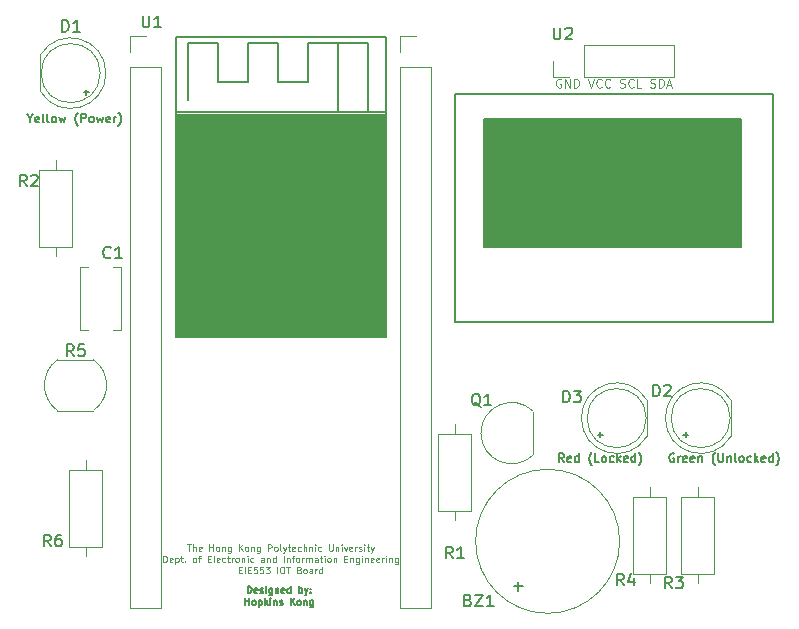
<source format=gto>
G04 #@! TF.GenerationSoftware,KiCad,Pcbnew,5.0.0+dfsg1-1*
G04 #@! TF.CreationDate,2018-09-23T15:10:03+08:00*
G04 #@! TF.ProjectId,IOT,494F542E6B696361645F706362000000,rev?*
G04 #@! TF.SameCoordinates,Original*
G04 #@! TF.FileFunction,Legend,Top*
G04 #@! TF.FilePolarity,Positive*
%FSLAX46Y46*%
G04 Gerber Fmt 4.6, Leading zero omitted, Abs format (unit mm)*
G04 Created by KiCad (PCBNEW 5.0.0+dfsg1-1) date Sun Sep 23 15:10:03 2018*
%MOMM*%
%LPD*%
G01*
G04 APERTURE LIST*
%ADD10C,0.160000*%
%ADD11C,0.137500*%
%ADD12C,0.100000*%
%ADD13C,0.125000*%
%ADD14C,0.120000*%
%ADD15C,0.150000*%
G04 APERTURE END LIST*
D10*
X77759047Y-74135000D02*
X77689523Y-74100238D01*
X77585238Y-74100238D01*
X77480952Y-74135000D01*
X77411428Y-74204523D01*
X77376666Y-74274047D01*
X77341904Y-74413095D01*
X77341904Y-74517380D01*
X77376666Y-74656428D01*
X77411428Y-74725952D01*
X77480952Y-74795476D01*
X77585238Y-74830238D01*
X77654761Y-74830238D01*
X77759047Y-74795476D01*
X77793809Y-74760714D01*
X77793809Y-74517380D01*
X77654761Y-74517380D01*
X78106666Y-74830238D02*
X78106666Y-74343571D01*
X78106666Y-74482619D02*
X78141428Y-74413095D01*
X78176190Y-74378333D01*
X78245714Y-74343571D01*
X78315238Y-74343571D01*
X78836666Y-74795476D02*
X78767142Y-74830238D01*
X78628095Y-74830238D01*
X78558571Y-74795476D01*
X78523809Y-74725952D01*
X78523809Y-74447857D01*
X78558571Y-74378333D01*
X78628095Y-74343571D01*
X78767142Y-74343571D01*
X78836666Y-74378333D01*
X78871428Y-74447857D01*
X78871428Y-74517380D01*
X78523809Y-74586904D01*
X79462380Y-74795476D02*
X79392857Y-74830238D01*
X79253809Y-74830238D01*
X79184285Y-74795476D01*
X79149523Y-74725952D01*
X79149523Y-74447857D01*
X79184285Y-74378333D01*
X79253809Y-74343571D01*
X79392857Y-74343571D01*
X79462380Y-74378333D01*
X79497142Y-74447857D01*
X79497142Y-74517380D01*
X79149523Y-74586904D01*
X79810000Y-74343571D02*
X79810000Y-74830238D01*
X79810000Y-74413095D02*
X79844761Y-74378333D01*
X79914285Y-74343571D01*
X80018571Y-74343571D01*
X80088095Y-74378333D01*
X80122857Y-74447857D01*
X80122857Y-74830238D01*
X81235238Y-75108333D02*
X81200476Y-75073571D01*
X81130952Y-74969285D01*
X81096190Y-74899761D01*
X81061428Y-74795476D01*
X81026666Y-74621666D01*
X81026666Y-74482619D01*
X81061428Y-74308809D01*
X81096190Y-74204523D01*
X81130952Y-74135000D01*
X81200476Y-74030714D01*
X81235238Y-73995952D01*
X81513333Y-74100238D02*
X81513333Y-74691190D01*
X81548095Y-74760714D01*
X81582857Y-74795476D01*
X81652380Y-74830238D01*
X81791428Y-74830238D01*
X81860952Y-74795476D01*
X81895714Y-74760714D01*
X81930476Y-74691190D01*
X81930476Y-74100238D01*
X82278095Y-74343571D02*
X82278095Y-74830238D01*
X82278095Y-74413095D02*
X82312857Y-74378333D01*
X82382380Y-74343571D01*
X82486666Y-74343571D01*
X82556190Y-74378333D01*
X82590952Y-74447857D01*
X82590952Y-74830238D01*
X83042857Y-74830238D02*
X82973333Y-74795476D01*
X82938571Y-74725952D01*
X82938571Y-74100238D01*
X83425238Y-74830238D02*
X83355714Y-74795476D01*
X83320952Y-74760714D01*
X83286190Y-74691190D01*
X83286190Y-74482619D01*
X83320952Y-74413095D01*
X83355714Y-74378333D01*
X83425238Y-74343571D01*
X83529523Y-74343571D01*
X83599047Y-74378333D01*
X83633809Y-74413095D01*
X83668571Y-74482619D01*
X83668571Y-74691190D01*
X83633809Y-74760714D01*
X83599047Y-74795476D01*
X83529523Y-74830238D01*
X83425238Y-74830238D01*
X84294285Y-74795476D02*
X84224761Y-74830238D01*
X84085714Y-74830238D01*
X84016190Y-74795476D01*
X83981428Y-74760714D01*
X83946666Y-74691190D01*
X83946666Y-74482619D01*
X83981428Y-74413095D01*
X84016190Y-74378333D01*
X84085714Y-74343571D01*
X84224761Y-74343571D01*
X84294285Y-74378333D01*
X84607142Y-74830238D02*
X84607142Y-74100238D01*
X84676666Y-74552142D02*
X84885238Y-74830238D01*
X84885238Y-74343571D02*
X84607142Y-74621666D01*
X85476190Y-74795476D02*
X85406666Y-74830238D01*
X85267619Y-74830238D01*
X85198095Y-74795476D01*
X85163333Y-74725952D01*
X85163333Y-74447857D01*
X85198095Y-74378333D01*
X85267619Y-74343571D01*
X85406666Y-74343571D01*
X85476190Y-74378333D01*
X85510952Y-74447857D01*
X85510952Y-74517380D01*
X85163333Y-74586904D01*
X86136666Y-74830238D02*
X86136666Y-74100238D01*
X86136666Y-74795476D02*
X86067142Y-74830238D01*
X85928095Y-74830238D01*
X85858571Y-74795476D01*
X85823809Y-74760714D01*
X85789047Y-74691190D01*
X85789047Y-74482619D01*
X85823809Y-74413095D01*
X85858571Y-74378333D01*
X85928095Y-74343571D01*
X86067142Y-74343571D01*
X86136666Y-74378333D01*
X86414761Y-75108333D02*
X86449523Y-75073571D01*
X86519047Y-74969285D01*
X86553809Y-74899761D01*
X86588571Y-74795476D01*
X86623333Y-74621666D01*
X86623333Y-74482619D01*
X86588571Y-74308809D01*
X86553809Y-74204523D01*
X86519047Y-74135000D01*
X86449523Y-74030714D01*
X86414761Y-73995952D01*
X68440952Y-74830238D02*
X68197619Y-74482619D01*
X68023809Y-74830238D02*
X68023809Y-74100238D01*
X68301904Y-74100238D01*
X68371428Y-74135000D01*
X68406190Y-74169761D01*
X68440952Y-74239285D01*
X68440952Y-74343571D01*
X68406190Y-74413095D01*
X68371428Y-74447857D01*
X68301904Y-74482619D01*
X68023809Y-74482619D01*
X69031904Y-74795476D02*
X68962380Y-74830238D01*
X68823333Y-74830238D01*
X68753809Y-74795476D01*
X68719047Y-74725952D01*
X68719047Y-74447857D01*
X68753809Y-74378333D01*
X68823333Y-74343571D01*
X68962380Y-74343571D01*
X69031904Y-74378333D01*
X69066666Y-74447857D01*
X69066666Y-74517380D01*
X68719047Y-74586904D01*
X69692380Y-74830238D02*
X69692380Y-74100238D01*
X69692380Y-74795476D02*
X69622857Y-74830238D01*
X69483809Y-74830238D01*
X69414285Y-74795476D01*
X69379523Y-74760714D01*
X69344761Y-74691190D01*
X69344761Y-74482619D01*
X69379523Y-74413095D01*
X69414285Y-74378333D01*
X69483809Y-74343571D01*
X69622857Y-74343571D01*
X69692380Y-74378333D01*
X70804761Y-75108333D02*
X70770000Y-75073571D01*
X70700476Y-74969285D01*
X70665714Y-74899761D01*
X70630952Y-74795476D01*
X70596190Y-74621666D01*
X70596190Y-74482619D01*
X70630952Y-74308809D01*
X70665714Y-74204523D01*
X70700476Y-74135000D01*
X70770000Y-74030714D01*
X70804761Y-73995952D01*
X71430476Y-74830238D02*
X71082857Y-74830238D01*
X71082857Y-74100238D01*
X71778095Y-74830238D02*
X71708571Y-74795476D01*
X71673809Y-74760714D01*
X71639047Y-74691190D01*
X71639047Y-74482619D01*
X71673809Y-74413095D01*
X71708571Y-74378333D01*
X71778095Y-74343571D01*
X71882380Y-74343571D01*
X71951904Y-74378333D01*
X71986666Y-74413095D01*
X72021428Y-74482619D01*
X72021428Y-74691190D01*
X71986666Y-74760714D01*
X71951904Y-74795476D01*
X71882380Y-74830238D01*
X71778095Y-74830238D01*
X72647142Y-74795476D02*
X72577619Y-74830238D01*
X72438571Y-74830238D01*
X72369047Y-74795476D01*
X72334285Y-74760714D01*
X72299523Y-74691190D01*
X72299523Y-74482619D01*
X72334285Y-74413095D01*
X72369047Y-74378333D01*
X72438571Y-74343571D01*
X72577619Y-74343571D01*
X72647142Y-74378333D01*
X72960000Y-74830238D02*
X72960000Y-74100238D01*
X73029523Y-74552142D02*
X73238095Y-74830238D01*
X73238095Y-74343571D02*
X72960000Y-74621666D01*
X73829047Y-74795476D02*
X73759523Y-74830238D01*
X73620476Y-74830238D01*
X73550952Y-74795476D01*
X73516190Y-74725952D01*
X73516190Y-74447857D01*
X73550952Y-74378333D01*
X73620476Y-74343571D01*
X73759523Y-74343571D01*
X73829047Y-74378333D01*
X73863809Y-74447857D01*
X73863809Y-74517380D01*
X73516190Y-74586904D01*
X74489523Y-74830238D02*
X74489523Y-74100238D01*
X74489523Y-74795476D02*
X74420000Y-74830238D01*
X74280952Y-74830238D01*
X74211428Y-74795476D01*
X74176666Y-74760714D01*
X74141904Y-74691190D01*
X74141904Y-74482619D01*
X74176666Y-74413095D01*
X74211428Y-74378333D01*
X74280952Y-74343571D01*
X74420000Y-74343571D01*
X74489523Y-74378333D01*
X74767619Y-75108333D02*
X74802380Y-75073571D01*
X74871904Y-74969285D01*
X74906666Y-74899761D01*
X74941428Y-74795476D01*
X74976190Y-74621666D01*
X74976190Y-74482619D01*
X74941428Y-74308809D01*
X74906666Y-74204523D01*
X74871904Y-74135000D01*
X74802380Y-74030714D01*
X74767619Y-73995952D01*
D11*
X71290476Y-72539285D02*
X71709523Y-72539285D01*
X71500000Y-72748809D02*
X71500000Y-72329761D01*
X78540476Y-72539285D02*
X78959523Y-72539285D01*
X78750000Y-72748809D02*
X78750000Y-72329761D01*
X27790476Y-43539285D02*
X28209523Y-43539285D01*
X28000000Y-43748809D02*
X28000000Y-43329761D01*
D10*
X23210952Y-45732619D02*
X23210952Y-46080238D01*
X22967619Y-45350238D02*
X23210952Y-45732619D01*
X23454285Y-45350238D01*
X23975714Y-46045476D02*
X23906190Y-46080238D01*
X23767142Y-46080238D01*
X23697619Y-46045476D01*
X23662857Y-45975952D01*
X23662857Y-45697857D01*
X23697619Y-45628333D01*
X23767142Y-45593571D01*
X23906190Y-45593571D01*
X23975714Y-45628333D01*
X24010476Y-45697857D01*
X24010476Y-45767380D01*
X23662857Y-45836904D01*
X24427619Y-46080238D02*
X24358095Y-46045476D01*
X24323333Y-45975952D01*
X24323333Y-45350238D01*
X24810000Y-46080238D02*
X24740476Y-46045476D01*
X24705714Y-45975952D01*
X24705714Y-45350238D01*
X25192380Y-46080238D02*
X25122857Y-46045476D01*
X25088095Y-46010714D01*
X25053333Y-45941190D01*
X25053333Y-45732619D01*
X25088095Y-45663095D01*
X25122857Y-45628333D01*
X25192380Y-45593571D01*
X25296666Y-45593571D01*
X25366190Y-45628333D01*
X25400952Y-45663095D01*
X25435714Y-45732619D01*
X25435714Y-45941190D01*
X25400952Y-46010714D01*
X25366190Y-46045476D01*
X25296666Y-46080238D01*
X25192380Y-46080238D01*
X25679047Y-45593571D02*
X25818095Y-46080238D01*
X25957142Y-45732619D01*
X26096190Y-46080238D01*
X26235238Y-45593571D01*
X27278095Y-46358333D02*
X27243333Y-46323571D01*
X27173809Y-46219285D01*
X27139047Y-46149761D01*
X27104285Y-46045476D01*
X27069523Y-45871666D01*
X27069523Y-45732619D01*
X27104285Y-45558809D01*
X27139047Y-45454523D01*
X27173809Y-45385000D01*
X27243333Y-45280714D01*
X27278095Y-45245952D01*
X27556190Y-46080238D02*
X27556190Y-45350238D01*
X27834285Y-45350238D01*
X27903809Y-45385000D01*
X27938571Y-45419761D01*
X27973333Y-45489285D01*
X27973333Y-45593571D01*
X27938571Y-45663095D01*
X27903809Y-45697857D01*
X27834285Y-45732619D01*
X27556190Y-45732619D01*
X28390476Y-46080238D02*
X28320952Y-46045476D01*
X28286190Y-46010714D01*
X28251428Y-45941190D01*
X28251428Y-45732619D01*
X28286190Y-45663095D01*
X28320952Y-45628333D01*
X28390476Y-45593571D01*
X28494761Y-45593571D01*
X28564285Y-45628333D01*
X28599047Y-45663095D01*
X28633809Y-45732619D01*
X28633809Y-45941190D01*
X28599047Y-46010714D01*
X28564285Y-46045476D01*
X28494761Y-46080238D01*
X28390476Y-46080238D01*
X28877142Y-45593571D02*
X29016190Y-46080238D01*
X29155238Y-45732619D01*
X29294285Y-46080238D01*
X29433333Y-45593571D01*
X29989523Y-46045476D02*
X29920000Y-46080238D01*
X29780952Y-46080238D01*
X29711428Y-46045476D01*
X29676666Y-45975952D01*
X29676666Y-45697857D01*
X29711428Y-45628333D01*
X29780952Y-45593571D01*
X29920000Y-45593571D01*
X29989523Y-45628333D01*
X30024285Y-45697857D01*
X30024285Y-45767380D01*
X29676666Y-45836904D01*
X30337142Y-46080238D02*
X30337142Y-45593571D01*
X30337142Y-45732619D02*
X30371904Y-45663095D01*
X30406666Y-45628333D01*
X30476190Y-45593571D01*
X30545714Y-45593571D01*
X30719523Y-46358333D02*
X30754285Y-46323571D01*
X30823809Y-46219285D01*
X30858571Y-46149761D01*
X30893333Y-46045476D01*
X30928095Y-45871666D01*
X30928095Y-45732619D01*
X30893333Y-45558809D01*
X30858571Y-45454523D01*
X30823809Y-45385000D01*
X30754285Y-45280714D01*
X30719523Y-45245952D01*
D12*
X68177095Y-42434000D02*
X68107571Y-42399238D01*
X68003285Y-42399238D01*
X67899000Y-42434000D01*
X67829476Y-42503523D01*
X67794714Y-42573047D01*
X67759952Y-42712095D01*
X67759952Y-42816380D01*
X67794714Y-42955428D01*
X67829476Y-43024952D01*
X67899000Y-43094476D01*
X68003285Y-43129238D01*
X68072809Y-43129238D01*
X68177095Y-43094476D01*
X68211857Y-43059714D01*
X68211857Y-42816380D01*
X68072809Y-42816380D01*
X68524714Y-43129238D02*
X68524714Y-42399238D01*
X68941857Y-43129238D01*
X68941857Y-42399238D01*
X69289476Y-43129238D02*
X69289476Y-42399238D01*
X69463285Y-42399238D01*
X69567571Y-42434000D01*
X69637095Y-42503523D01*
X69671857Y-42573047D01*
X69706619Y-42712095D01*
X69706619Y-42816380D01*
X69671857Y-42955428D01*
X69637095Y-43024952D01*
X69567571Y-43094476D01*
X69463285Y-43129238D01*
X69289476Y-43129238D01*
X70471380Y-42399238D02*
X70714714Y-43129238D01*
X70958047Y-42399238D01*
X71618523Y-43059714D02*
X71583761Y-43094476D01*
X71479476Y-43129238D01*
X71409952Y-43129238D01*
X71305666Y-43094476D01*
X71236142Y-43024952D01*
X71201380Y-42955428D01*
X71166619Y-42816380D01*
X71166619Y-42712095D01*
X71201380Y-42573047D01*
X71236142Y-42503523D01*
X71305666Y-42434000D01*
X71409952Y-42399238D01*
X71479476Y-42399238D01*
X71583761Y-42434000D01*
X71618523Y-42468761D01*
X72348523Y-43059714D02*
X72313761Y-43094476D01*
X72209476Y-43129238D01*
X72139952Y-43129238D01*
X72035666Y-43094476D01*
X71966142Y-43024952D01*
X71931380Y-42955428D01*
X71896619Y-42816380D01*
X71896619Y-42712095D01*
X71931380Y-42573047D01*
X71966142Y-42503523D01*
X72035666Y-42434000D01*
X72139952Y-42399238D01*
X72209476Y-42399238D01*
X72313761Y-42434000D01*
X72348523Y-42468761D01*
X73182809Y-43094476D02*
X73287095Y-43129238D01*
X73460904Y-43129238D01*
X73530428Y-43094476D01*
X73565190Y-43059714D01*
X73599952Y-42990190D01*
X73599952Y-42920666D01*
X73565190Y-42851142D01*
X73530428Y-42816380D01*
X73460904Y-42781619D01*
X73321857Y-42746857D01*
X73252333Y-42712095D01*
X73217571Y-42677333D01*
X73182809Y-42607809D01*
X73182809Y-42538285D01*
X73217571Y-42468761D01*
X73252333Y-42434000D01*
X73321857Y-42399238D01*
X73495666Y-42399238D01*
X73599952Y-42434000D01*
X74329952Y-43059714D02*
X74295190Y-43094476D01*
X74190904Y-43129238D01*
X74121380Y-43129238D01*
X74017095Y-43094476D01*
X73947571Y-43024952D01*
X73912809Y-42955428D01*
X73878047Y-42816380D01*
X73878047Y-42712095D01*
X73912809Y-42573047D01*
X73947571Y-42503523D01*
X74017095Y-42434000D01*
X74121380Y-42399238D01*
X74190904Y-42399238D01*
X74295190Y-42434000D01*
X74329952Y-42468761D01*
X74990428Y-43129238D02*
X74642809Y-43129238D01*
X74642809Y-42399238D01*
X75755190Y-43094476D02*
X75859476Y-43129238D01*
X76033285Y-43129238D01*
X76102809Y-43094476D01*
X76137571Y-43059714D01*
X76172333Y-42990190D01*
X76172333Y-42920666D01*
X76137571Y-42851142D01*
X76102809Y-42816380D01*
X76033285Y-42781619D01*
X75894238Y-42746857D01*
X75824714Y-42712095D01*
X75789952Y-42677333D01*
X75755190Y-42607809D01*
X75755190Y-42538285D01*
X75789952Y-42468761D01*
X75824714Y-42434000D01*
X75894238Y-42399238D01*
X76068047Y-42399238D01*
X76172333Y-42434000D01*
X76485190Y-43129238D02*
X76485190Y-42399238D01*
X76659000Y-42399238D01*
X76763285Y-42434000D01*
X76832809Y-42503523D01*
X76867571Y-42573047D01*
X76902333Y-42712095D01*
X76902333Y-42816380D01*
X76867571Y-42955428D01*
X76832809Y-43024952D01*
X76763285Y-43094476D01*
X76659000Y-43129238D01*
X76485190Y-43129238D01*
X77180428Y-42920666D02*
X77528047Y-42920666D01*
X77110904Y-43129238D02*
X77354238Y-42399238D01*
X77597571Y-43129238D01*
D11*
X41671571Y-85928130D02*
X41671571Y-85348130D01*
X41809666Y-85348130D01*
X41892523Y-85375750D01*
X41947761Y-85430988D01*
X41975380Y-85486226D01*
X42003000Y-85596702D01*
X42003000Y-85679559D01*
X41975380Y-85790035D01*
X41947761Y-85845273D01*
X41892523Y-85900511D01*
X41809666Y-85928130D01*
X41671571Y-85928130D01*
X42472523Y-85900511D02*
X42417285Y-85928130D01*
X42306809Y-85928130D01*
X42251571Y-85900511D01*
X42223952Y-85845273D01*
X42223952Y-85624321D01*
X42251571Y-85569083D01*
X42306809Y-85541464D01*
X42417285Y-85541464D01*
X42472523Y-85569083D01*
X42500142Y-85624321D01*
X42500142Y-85679559D01*
X42223952Y-85734797D01*
X42721095Y-85900511D02*
X42776333Y-85928130D01*
X42886809Y-85928130D01*
X42942047Y-85900511D01*
X42969666Y-85845273D01*
X42969666Y-85817654D01*
X42942047Y-85762416D01*
X42886809Y-85734797D01*
X42803952Y-85734797D01*
X42748714Y-85707178D01*
X42721095Y-85651940D01*
X42721095Y-85624321D01*
X42748714Y-85569083D01*
X42803952Y-85541464D01*
X42886809Y-85541464D01*
X42942047Y-85569083D01*
X43218238Y-85928130D02*
X43218238Y-85541464D01*
X43218238Y-85348130D02*
X43190619Y-85375750D01*
X43218238Y-85403369D01*
X43245857Y-85375750D01*
X43218238Y-85348130D01*
X43218238Y-85403369D01*
X43743000Y-85541464D02*
X43743000Y-86010988D01*
X43715380Y-86066226D01*
X43687761Y-86093845D01*
X43632523Y-86121464D01*
X43549666Y-86121464D01*
X43494428Y-86093845D01*
X43743000Y-85900511D02*
X43687761Y-85928130D01*
X43577285Y-85928130D01*
X43522047Y-85900511D01*
X43494428Y-85872892D01*
X43466809Y-85817654D01*
X43466809Y-85651940D01*
X43494428Y-85596702D01*
X43522047Y-85569083D01*
X43577285Y-85541464D01*
X43687761Y-85541464D01*
X43743000Y-85569083D01*
X44019190Y-85541464D02*
X44019190Y-85928130D01*
X44019190Y-85596702D02*
X44046809Y-85569083D01*
X44102047Y-85541464D01*
X44184904Y-85541464D01*
X44240142Y-85569083D01*
X44267761Y-85624321D01*
X44267761Y-85928130D01*
X44764904Y-85900511D02*
X44709666Y-85928130D01*
X44599190Y-85928130D01*
X44543952Y-85900511D01*
X44516333Y-85845273D01*
X44516333Y-85624321D01*
X44543952Y-85569083D01*
X44599190Y-85541464D01*
X44709666Y-85541464D01*
X44764904Y-85569083D01*
X44792523Y-85624321D01*
X44792523Y-85679559D01*
X44516333Y-85734797D01*
X45289666Y-85928130D02*
X45289666Y-85348130D01*
X45289666Y-85900511D02*
X45234428Y-85928130D01*
X45123952Y-85928130D01*
X45068714Y-85900511D01*
X45041095Y-85872892D01*
X45013476Y-85817654D01*
X45013476Y-85651940D01*
X45041095Y-85596702D01*
X45068714Y-85569083D01*
X45123952Y-85541464D01*
X45234428Y-85541464D01*
X45289666Y-85569083D01*
X46007761Y-85928130D02*
X46007761Y-85348130D01*
X46007761Y-85569083D02*
X46063000Y-85541464D01*
X46173476Y-85541464D01*
X46228714Y-85569083D01*
X46256333Y-85596702D01*
X46283952Y-85651940D01*
X46283952Y-85817654D01*
X46256333Y-85872892D01*
X46228714Y-85900511D01*
X46173476Y-85928130D01*
X46063000Y-85928130D01*
X46007761Y-85900511D01*
X46477285Y-85541464D02*
X46615380Y-85928130D01*
X46753476Y-85541464D02*
X46615380Y-85928130D01*
X46560142Y-86066226D01*
X46532523Y-86093845D01*
X46477285Y-86121464D01*
X46974428Y-85872892D02*
X47002047Y-85900511D01*
X46974428Y-85928130D01*
X46946809Y-85900511D01*
X46974428Y-85872892D01*
X46974428Y-85928130D01*
X46974428Y-85569083D02*
X47002047Y-85596702D01*
X46974428Y-85624321D01*
X46946809Y-85596702D01*
X46974428Y-85569083D01*
X46974428Y-85624321D01*
X41464428Y-86935630D02*
X41464428Y-86355630D01*
X41464428Y-86631821D02*
X41795857Y-86631821D01*
X41795857Y-86935630D02*
X41795857Y-86355630D01*
X42154904Y-86935630D02*
X42099666Y-86908011D01*
X42072047Y-86880392D01*
X42044428Y-86825154D01*
X42044428Y-86659440D01*
X42072047Y-86604202D01*
X42099666Y-86576583D01*
X42154904Y-86548964D01*
X42237761Y-86548964D01*
X42293000Y-86576583D01*
X42320619Y-86604202D01*
X42348238Y-86659440D01*
X42348238Y-86825154D01*
X42320619Y-86880392D01*
X42293000Y-86908011D01*
X42237761Y-86935630D01*
X42154904Y-86935630D01*
X42596809Y-86548964D02*
X42596809Y-87128964D01*
X42596809Y-86576583D02*
X42652047Y-86548964D01*
X42762523Y-86548964D01*
X42817761Y-86576583D01*
X42845380Y-86604202D01*
X42873000Y-86659440D01*
X42873000Y-86825154D01*
X42845380Y-86880392D01*
X42817761Y-86908011D01*
X42762523Y-86935630D01*
X42652047Y-86935630D01*
X42596809Y-86908011D01*
X43121571Y-86935630D02*
X43121571Y-86355630D01*
X43176809Y-86714678D02*
X43342523Y-86935630D01*
X43342523Y-86548964D02*
X43121571Y-86769916D01*
X43591095Y-86935630D02*
X43591095Y-86548964D01*
X43591095Y-86355630D02*
X43563476Y-86383250D01*
X43591095Y-86410869D01*
X43618714Y-86383250D01*
X43591095Y-86355630D01*
X43591095Y-86410869D01*
X43867285Y-86548964D02*
X43867285Y-86935630D01*
X43867285Y-86604202D02*
X43894904Y-86576583D01*
X43950142Y-86548964D01*
X44033000Y-86548964D01*
X44088238Y-86576583D01*
X44115857Y-86631821D01*
X44115857Y-86935630D01*
X44364428Y-86908011D02*
X44419666Y-86935630D01*
X44530142Y-86935630D01*
X44585380Y-86908011D01*
X44613000Y-86852773D01*
X44613000Y-86825154D01*
X44585380Y-86769916D01*
X44530142Y-86742297D01*
X44447285Y-86742297D01*
X44392047Y-86714678D01*
X44364428Y-86659440D01*
X44364428Y-86631821D01*
X44392047Y-86576583D01*
X44447285Y-86548964D01*
X44530142Y-86548964D01*
X44585380Y-86576583D01*
X45303476Y-86935630D02*
X45303476Y-86355630D01*
X45634904Y-86935630D02*
X45386333Y-86604202D01*
X45634904Y-86355630D02*
X45303476Y-86687059D01*
X45966333Y-86935630D02*
X45911095Y-86908011D01*
X45883476Y-86880392D01*
X45855857Y-86825154D01*
X45855857Y-86659440D01*
X45883476Y-86604202D01*
X45911095Y-86576583D01*
X45966333Y-86548964D01*
X46049190Y-86548964D01*
X46104428Y-86576583D01*
X46132047Y-86604202D01*
X46159666Y-86659440D01*
X46159666Y-86825154D01*
X46132047Y-86880392D01*
X46104428Y-86908011D01*
X46049190Y-86935630D01*
X45966333Y-86935630D01*
X46408238Y-86548964D02*
X46408238Y-86935630D01*
X46408238Y-86604202D02*
X46435857Y-86576583D01*
X46491095Y-86548964D01*
X46573952Y-86548964D01*
X46629190Y-86576583D01*
X46656809Y-86631821D01*
X46656809Y-86935630D01*
X47181571Y-86548964D02*
X47181571Y-87018488D01*
X47153952Y-87073726D01*
X47126333Y-87101345D01*
X47071095Y-87128964D01*
X46988238Y-87128964D01*
X46933000Y-87101345D01*
X47181571Y-86908011D02*
X47126333Y-86935630D01*
X47015857Y-86935630D01*
X46960619Y-86908011D01*
X46933000Y-86880392D01*
X46905380Y-86825154D01*
X46905380Y-86659440D01*
X46933000Y-86604202D01*
X46960619Y-86576583D01*
X47015857Y-86548964D01*
X47126333Y-86548964D01*
X47181571Y-86576583D01*
D13*
X36540476Y-81806809D02*
X36854761Y-81806809D01*
X36697619Y-82356809D02*
X36697619Y-81806809D01*
X37038095Y-82356809D02*
X37038095Y-81806809D01*
X37273809Y-82356809D02*
X37273809Y-82068714D01*
X37247619Y-82016333D01*
X37195238Y-81990142D01*
X37116666Y-81990142D01*
X37064285Y-82016333D01*
X37038095Y-82042523D01*
X37745238Y-82330619D02*
X37692857Y-82356809D01*
X37588095Y-82356809D01*
X37535714Y-82330619D01*
X37509523Y-82278238D01*
X37509523Y-82068714D01*
X37535714Y-82016333D01*
X37588095Y-81990142D01*
X37692857Y-81990142D01*
X37745238Y-82016333D01*
X37771428Y-82068714D01*
X37771428Y-82121095D01*
X37509523Y-82173476D01*
X38426190Y-82356809D02*
X38426190Y-81806809D01*
X38426190Y-82068714D02*
X38740476Y-82068714D01*
X38740476Y-82356809D02*
X38740476Y-81806809D01*
X39080952Y-82356809D02*
X39028571Y-82330619D01*
X39002380Y-82304428D01*
X38976190Y-82252047D01*
X38976190Y-82094904D01*
X39002380Y-82042523D01*
X39028571Y-82016333D01*
X39080952Y-81990142D01*
X39159523Y-81990142D01*
X39211904Y-82016333D01*
X39238095Y-82042523D01*
X39264285Y-82094904D01*
X39264285Y-82252047D01*
X39238095Y-82304428D01*
X39211904Y-82330619D01*
X39159523Y-82356809D01*
X39080952Y-82356809D01*
X39500000Y-81990142D02*
X39500000Y-82356809D01*
X39500000Y-82042523D02*
X39526190Y-82016333D01*
X39578571Y-81990142D01*
X39657142Y-81990142D01*
X39709523Y-82016333D01*
X39735714Y-82068714D01*
X39735714Y-82356809D01*
X40233333Y-81990142D02*
X40233333Y-82435380D01*
X40207142Y-82487761D01*
X40180952Y-82513952D01*
X40128571Y-82540142D01*
X40050000Y-82540142D01*
X39997619Y-82513952D01*
X40233333Y-82330619D02*
X40180952Y-82356809D01*
X40076190Y-82356809D01*
X40023809Y-82330619D01*
X39997619Y-82304428D01*
X39971428Y-82252047D01*
X39971428Y-82094904D01*
X39997619Y-82042523D01*
X40023809Y-82016333D01*
X40076190Y-81990142D01*
X40180952Y-81990142D01*
X40233333Y-82016333D01*
X40914285Y-82356809D02*
X40914285Y-81806809D01*
X41228571Y-82356809D02*
X40992857Y-82042523D01*
X41228571Y-81806809D02*
X40914285Y-82121095D01*
X41542857Y-82356809D02*
X41490476Y-82330619D01*
X41464285Y-82304428D01*
X41438095Y-82252047D01*
X41438095Y-82094904D01*
X41464285Y-82042523D01*
X41490476Y-82016333D01*
X41542857Y-81990142D01*
X41621428Y-81990142D01*
X41673809Y-82016333D01*
X41700000Y-82042523D01*
X41726190Y-82094904D01*
X41726190Y-82252047D01*
X41700000Y-82304428D01*
X41673809Y-82330619D01*
X41621428Y-82356809D01*
X41542857Y-82356809D01*
X41961904Y-81990142D02*
X41961904Y-82356809D01*
X41961904Y-82042523D02*
X41988095Y-82016333D01*
X42040476Y-81990142D01*
X42119047Y-81990142D01*
X42171428Y-82016333D01*
X42197619Y-82068714D01*
X42197619Y-82356809D01*
X42695238Y-81990142D02*
X42695238Y-82435380D01*
X42669047Y-82487761D01*
X42642857Y-82513952D01*
X42590476Y-82540142D01*
X42511904Y-82540142D01*
X42459523Y-82513952D01*
X42695238Y-82330619D02*
X42642857Y-82356809D01*
X42538095Y-82356809D01*
X42485714Y-82330619D01*
X42459523Y-82304428D01*
X42433333Y-82252047D01*
X42433333Y-82094904D01*
X42459523Y-82042523D01*
X42485714Y-82016333D01*
X42538095Y-81990142D01*
X42642857Y-81990142D01*
X42695238Y-82016333D01*
X43376190Y-82356809D02*
X43376190Y-81806809D01*
X43585714Y-81806809D01*
X43638095Y-81833000D01*
X43664285Y-81859190D01*
X43690476Y-81911571D01*
X43690476Y-81990142D01*
X43664285Y-82042523D01*
X43638095Y-82068714D01*
X43585714Y-82094904D01*
X43376190Y-82094904D01*
X44004761Y-82356809D02*
X43952380Y-82330619D01*
X43926190Y-82304428D01*
X43900000Y-82252047D01*
X43900000Y-82094904D01*
X43926190Y-82042523D01*
X43952380Y-82016333D01*
X44004761Y-81990142D01*
X44083333Y-81990142D01*
X44135714Y-82016333D01*
X44161904Y-82042523D01*
X44188095Y-82094904D01*
X44188095Y-82252047D01*
X44161904Y-82304428D01*
X44135714Y-82330619D01*
X44083333Y-82356809D01*
X44004761Y-82356809D01*
X44502380Y-82356809D02*
X44450000Y-82330619D01*
X44423809Y-82278238D01*
X44423809Y-81806809D01*
X44659523Y-81990142D02*
X44790476Y-82356809D01*
X44921428Y-81990142D02*
X44790476Y-82356809D01*
X44738095Y-82487761D01*
X44711904Y-82513952D01*
X44659523Y-82540142D01*
X45052380Y-81990142D02*
X45261904Y-81990142D01*
X45130952Y-81806809D02*
X45130952Y-82278238D01*
X45157142Y-82330619D01*
X45209523Y-82356809D01*
X45261904Y-82356809D01*
X45654761Y-82330619D02*
X45602380Y-82356809D01*
X45497619Y-82356809D01*
X45445238Y-82330619D01*
X45419047Y-82278238D01*
X45419047Y-82068714D01*
X45445238Y-82016333D01*
X45497619Y-81990142D01*
X45602380Y-81990142D01*
X45654761Y-82016333D01*
X45680952Y-82068714D01*
X45680952Y-82121095D01*
X45419047Y-82173476D01*
X46152380Y-82330619D02*
X46100000Y-82356809D01*
X45995238Y-82356809D01*
X45942857Y-82330619D01*
X45916666Y-82304428D01*
X45890476Y-82252047D01*
X45890476Y-82094904D01*
X45916666Y-82042523D01*
X45942857Y-82016333D01*
X45995238Y-81990142D01*
X46100000Y-81990142D01*
X46152380Y-82016333D01*
X46388095Y-82356809D02*
X46388095Y-81806809D01*
X46623809Y-82356809D02*
X46623809Y-82068714D01*
X46597619Y-82016333D01*
X46545238Y-81990142D01*
X46466666Y-81990142D01*
X46414285Y-82016333D01*
X46388095Y-82042523D01*
X46885714Y-81990142D02*
X46885714Y-82356809D01*
X46885714Y-82042523D02*
X46911904Y-82016333D01*
X46964285Y-81990142D01*
X47042857Y-81990142D01*
X47095238Y-82016333D01*
X47121428Y-82068714D01*
X47121428Y-82356809D01*
X47383333Y-82356809D02*
X47383333Y-81990142D01*
X47383333Y-81806809D02*
X47357142Y-81833000D01*
X47383333Y-81859190D01*
X47409523Y-81833000D01*
X47383333Y-81806809D01*
X47383333Y-81859190D01*
X47880952Y-82330619D02*
X47828571Y-82356809D01*
X47723809Y-82356809D01*
X47671428Y-82330619D01*
X47645238Y-82304428D01*
X47619047Y-82252047D01*
X47619047Y-82094904D01*
X47645238Y-82042523D01*
X47671428Y-82016333D01*
X47723809Y-81990142D01*
X47828571Y-81990142D01*
X47880952Y-82016333D01*
X48535714Y-81806809D02*
X48535714Y-82252047D01*
X48561904Y-82304428D01*
X48588095Y-82330619D01*
X48640476Y-82356809D01*
X48745238Y-82356809D01*
X48797619Y-82330619D01*
X48823809Y-82304428D01*
X48850000Y-82252047D01*
X48850000Y-81806809D01*
X49111904Y-81990142D02*
X49111904Y-82356809D01*
X49111904Y-82042523D02*
X49138095Y-82016333D01*
X49190476Y-81990142D01*
X49269047Y-81990142D01*
X49321428Y-82016333D01*
X49347619Y-82068714D01*
X49347619Y-82356809D01*
X49609523Y-82356809D02*
X49609523Y-81990142D01*
X49609523Y-81806809D02*
X49583333Y-81833000D01*
X49609523Y-81859190D01*
X49635714Y-81833000D01*
X49609523Y-81806809D01*
X49609523Y-81859190D01*
X49819047Y-81990142D02*
X49950000Y-82356809D01*
X50080952Y-81990142D01*
X50500000Y-82330619D02*
X50447619Y-82356809D01*
X50342857Y-82356809D01*
X50290476Y-82330619D01*
X50264285Y-82278238D01*
X50264285Y-82068714D01*
X50290476Y-82016333D01*
X50342857Y-81990142D01*
X50447619Y-81990142D01*
X50500000Y-82016333D01*
X50526190Y-82068714D01*
X50526190Y-82121095D01*
X50264285Y-82173476D01*
X50761904Y-82356809D02*
X50761904Y-81990142D01*
X50761904Y-82094904D02*
X50788095Y-82042523D01*
X50814285Y-82016333D01*
X50866666Y-81990142D01*
X50919047Y-81990142D01*
X51076190Y-82330619D02*
X51128571Y-82356809D01*
X51233333Y-82356809D01*
X51285714Y-82330619D01*
X51311904Y-82278238D01*
X51311904Y-82252047D01*
X51285714Y-82199666D01*
X51233333Y-82173476D01*
X51154761Y-82173476D01*
X51102380Y-82147285D01*
X51076190Y-82094904D01*
X51076190Y-82068714D01*
X51102380Y-82016333D01*
X51154761Y-81990142D01*
X51233333Y-81990142D01*
X51285714Y-82016333D01*
X51547619Y-82356809D02*
X51547619Y-81990142D01*
X51547619Y-81806809D02*
X51521428Y-81833000D01*
X51547619Y-81859190D01*
X51573809Y-81833000D01*
X51547619Y-81806809D01*
X51547619Y-81859190D01*
X51730952Y-81990142D02*
X51940476Y-81990142D01*
X51809523Y-81806809D02*
X51809523Y-82278238D01*
X51835714Y-82330619D01*
X51888095Y-82356809D01*
X51940476Y-82356809D01*
X52071428Y-81990142D02*
X52202380Y-82356809D01*
X52333333Y-81990142D02*
X52202380Y-82356809D01*
X52149999Y-82487761D01*
X52123809Y-82513952D01*
X52071428Y-82540142D01*
X34523809Y-83306809D02*
X34523809Y-82756809D01*
X34654761Y-82756809D01*
X34733333Y-82783000D01*
X34785714Y-82835380D01*
X34811904Y-82887761D01*
X34838095Y-82992523D01*
X34838095Y-83071095D01*
X34811904Y-83175857D01*
X34785714Y-83228238D01*
X34733333Y-83280619D01*
X34654761Y-83306809D01*
X34523809Y-83306809D01*
X35283333Y-83280619D02*
X35230952Y-83306809D01*
X35126190Y-83306809D01*
X35073809Y-83280619D01*
X35047619Y-83228238D01*
X35047619Y-83018714D01*
X35073809Y-82966333D01*
X35126190Y-82940142D01*
X35230952Y-82940142D01*
X35283333Y-82966333D01*
X35309523Y-83018714D01*
X35309523Y-83071095D01*
X35047619Y-83123476D01*
X35545238Y-82940142D02*
X35545238Y-83490142D01*
X35545238Y-82966333D02*
X35597619Y-82940142D01*
X35702380Y-82940142D01*
X35754761Y-82966333D01*
X35780952Y-82992523D01*
X35807142Y-83044904D01*
X35807142Y-83202047D01*
X35780952Y-83254428D01*
X35754761Y-83280619D01*
X35702380Y-83306809D01*
X35597619Y-83306809D01*
X35545238Y-83280619D01*
X35964285Y-82940142D02*
X36173809Y-82940142D01*
X36042857Y-82756809D02*
X36042857Y-83228238D01*
X36069047Y-83280619D01*
X36121428Y-83306809D01*
X36173809Y-83306809D01*
X36357142Y-83254428D02*
X36383333Y-83280619D01*
X36357142Y-83306809D01*
X36330952Y-83280619D01*
X36357142Y-83254428D01*
X36357142Y-83306809D01*
X37116666Y-83306809D02*
X37064285Y-83280619D01*
X37038095Y-83254428D01*
X37011904Y-83202047D01*
X37011904Y-83044904D01*
X37038095Y-82992523D01*
X37064285Y-82966333D01*
X37116666Y-82940142D01*
X37195238Y-82940142D01*
X37247619Y-82966333D01*
X37273809Y-82992523D01*
X37300000Y-83044904D01*
X37300000Y-83202047D01*
X37273809Y-83254428D01*
X37247619Y-83280619D01*
X37195238Y-83306809D01*
X37116666Y-83306809D01*
X37457142Y-82940142D02*
X37666666Y-82940142D01*
X37535714Y-83306809D02*
X37535714Y-82835380D01*
X37561904Y-82783000D01*
X37614285Y-82756809D01*
X37666666Y-82756809D01*
X38269047Y-83018714D02*
X38452380Y-83018714D01*
X38530952Y-83306809D02*
X38269047Y-83306809D01*
X38269047Y-82756809D01*
X38530952Y-82756809D01*
X38845238Y-83306809D02*
X38792857Y-83280619D01*
X38766666Y-83228238D01*
X38766666Y-82756809D01*
X39264285Y-83280619D02*
X39211904Y-83306809D01*
X39107142Y-83306809D01*
X39054761Y-83280619D01*
X39028571Y-83228238D01*
X39028571Y-83018714D01*
X39054761Y-82966333D01*
X39107142Y-82940142D01*
X39211904Y-82940142D01*
X39264285Y-82966333D01*
X39290476Y-83018714D01*
X39290476Y-83071095D01*
X39028571Y-83123476D01*
X39761904Y-83280619D02*
X39709523Y-83306809D01*
X39604761Y-83306809D01*
X39552380Y-83280619D01*
X39526190Y-83254428D01*
X39500000Y-83202047D01*
X39500000Y-83044904D01*
X39526190Y-82992523D01*
X39552380Y-82966333D01*
X39604761Y-82940142D01*
X39709523Y-82940142D01*
X39761904Y-82966333D01*
X39919047Y-82940142D02*
X40128571Y-82940142D01*
X39997619Y-82756809D02*
X39997619Y-83228238D01*
X40023809Y-83280619D01*
X40076190Y-83306809D01*
X40128571Y-83306809D01*
X40311904Y-83306809D02*
X40311904Y-82940142D01*
X40311904Y-83044904D02*
X40338095Y-82992523D01*
X40364285Y-82966333D01*
X40416666Y-82940142D01*
X40469047Y-82940142D01*
X40730952Y-83306809D02*
X40678571Y-83280619D01*
X40652380Y-83254428D01*
X40626190Y-83202047D01*
X40626190Y-83044904D01*
X40652380Y-82992523D01*
X40678571Y-82966333D01*
X40730952Y-82940142D01*
X40809523Y-82940142D01*
X40861904Y-82966333D01*
X40888095Y-82992523D01*
X40914285Y-83044904D01*
X40914285Y-83202047D01*
X40888095Y-83254428D01*
X40861904Y-83280619D01*
X40809523Y-83306809D01*
X40730952Y-83306809D01*
X41150000Y-82940142D02*
X41150000Y-83306809D01*
X41150000Y-82992523D02*
X41176190Y-82966333D01*
X41228571Y-82940142D01*
X41307142Y-82940142D01*
X41359523Y-82966333D01*
X41385714Y-83018714D01*
X41385714Y-83306809D01*
X41647619Y-83306809D02*
X41647619Y-82940142D01*
X41647619Y-82756809D02*
X41621428Y-82783000D01*
X41647619Y-82809190D01*
X41673809Y-82783000D01*
X41647619Y-82756809D01*
X41647619Y-82809190D01*
X42145238Y-83280619D02*
X42092857Y-83306809D01*
X41988095Y-83306809D01*
X41935714Y-83280619D01*
X41909523Y-83254428D01*
X41883333Y-83202047D01*
X41883333Y-83044904D01*
X41909523Y-82992523D01*
X41935714Y-82966333D01*
X41988095Y-82940142D01*
X42092857Y-82940142D01*
X42145238Y-82966333D01*
X43035714Y-83306809D02*
X43035714Y-83018714D01*
X43009523Y-82966333D01*
X42957142Y-82940142D01*
X42852380Y-82940142D01*
X42800000Y-82966333D01*
X43035714Y-83280619D02*
X42983333Y-83306809D01*
X42852380Y-83306809D01*
X42800000Y-83280619D01*
X42773809Y-83228238D01*
X42773809Y-83175857D01*
X42800000Y-83123476D01*
X42852380Y-83097285D01*
X42983333Y-83097285D01*
X43035714Y-83071095D01*
X43297619Y-82940142D02*
X43297619Y-83306809D01*
X43297619Y-82992523D02*
X43323809Y-82966333D01*
X43376190Y-82940142D01*
X43454761Y-82940142D01*
X43507142Y-82966333D01*
X43533333Y-83018714D01*
X43533333Y-83306809D01*
X44030952Y-83306809D02*
X44030952Y-82756809D01*
X44030952Y-83280619D02*
X43978571Y-83306809D01*
X43873809Y-83306809D01*
X43821428Y-83280619D01*
X43795238Y-83254428D01*
X43769047Y-83202047D01*
X43769047Y-83044904D01*
X43795238Y-82992523D01*
X43821428Y-82966333D01*
X43873809Y-82940142D01*
X43978571Y-82940142D01*
X44030952Y-82966333D01*
X44711904Y-83306809D02*
X44711904Y-82756809D01*
X44973809Y-82940142D02*
X44973809Y-83306809D01*
X44973809Y-82992523D02*
X45000000Y-82966333D01*
X45052380Y-82940142D01*
X45130952Y-82940142D01*
X45183333Y-82966333D01*
X45209523Y-83018714D01*
X45209523Y-83306809D01*
X45392857Y-82940142D02*
X45602380Y-82940142D01*
X45471428Y-83306809D02*
X45471428Y-82835380D01*
X45497619Y-82783000D01*
X45550000Y-82756809D01*
X45602380Y-82756809D01*
X45864285Y-83306809D02*
X45811904Y-83280619D01*
X45785714Y-83254428D01*
X45759523Y-83202047D01*
X45759523Y-83044904D01*
X45785714Y-82992523D01*
X45811904Y-82966333D01*
X45864285Y-82940142D01*
X45942857Y-82940142D01*
X45995238Y-82966333D01*
X46021428Y-82992523D01*
X46047619Y-83044904D01*
X46047619Y-83202047D01*
X46021428Y-83254428D01*
X45995238Y-83280619D01*
X45942857Y-83306809D01*
X45864285Y-83306809D01*
X46283333Y-83306809D02*
X46283333Y-82940142D01*
X46283333Y-83044904D02*
X46309523Y-82992523D01*
X46335714Y-82966333D01*
X46388095Y-82940142D01*
X46440476Y-82940142D01*
X46623809Y-83306809D02*
X46623809Y-82940142D01*
X46623809Y-82992523D02*
X46650000Y-82966333D01*
X46702380Y-82940142D01*
X46780952Y-82940142D01*
X46833333Y-82966333D01*
X46859523Y-83018714D01*
X46859523Y-83306809D01*
X46859523Y-83018714D02*
X46885714Y-82966333D01*
X46938095Y-82940142D01*
X47016666Y-82940142D01*
X47069047Y-82966333D01*
X47095238Y-83018714D01*
X47095238Y-83306809D01*
X47592857Y-83306809D02*
X47592857Y-83018714D01*
X47566666Y-82966333D01*
X47514285Y-82940142D01*
X47409523Y-82940142D01*
X47357142Y-82966333D01*
X47592857Y-83280619D02*
X47540476Y-83306809D01*
X47409523Y-83306809D01*
X47357142Y-83280619D01*
X47330952Y-83228238D01*
X47330952Y-83175857D01*
X47357142Y-83123476D01*
X47409523Y-83097285D01*
X47540476Y-83097285D01*
X47592857Y-83071095D01*
X47776190Y-82940142D02*
X47985714Y-82940142D01*
X47854761Y-82756809D02*
X47854761Y-83228238D01*
X47880952Y-83280619D01*
X47933333Y-83306809D01*
X47985714Y-83306809D01*
X48169047Y-83306809D02*
X48169047Y-82940142D01*
X48169047Y-82756809D02*
X48142857Y-82783000D01*
X48169047Y-82809190D01*
X48195238Y-82783000D01*
X48169047Y-82756809D01*
X48169047Y-82809190D01*
X48509523Y-83306809D02*
X48457142Y-83280619D01*
X48430952Y-83254428D01*
X48404761Y-83202047D01*
X48404761Y-83044904D01*
X48430952Y-82992523D01*
X48457142Y-82966333D01*
X48509523Y-82940142D01*
X48588095Y-82940142D01*
X48640476Y-82966333D01*
X48666666Y-82992523D01*
X48692857Y-83044904D01*
X48692857Y-83202047D01*
X48666666Y-83254428D01*
X48640476Y-83280619D01*
X48588095Y-83306809D01*
X48509523Y-83306809D01*
X48928571Y-82940142D02*
X48928571Y-83306809D01*
X48928571Y-82992523D02*
X48954761Y-82966333D01*
X49007142Y-82940142D01*
X49085714Y-82940142D01*
X49138095Y-82966333D01*
X49164285Y-83018714D01*
X49164285Y-83306809D01*
X49845238Y-83018714D02*
X50028571Y-83018714D01*
X50107142Y-83306809D02*
X49845238Y-83306809D01*
X49845238Y-82756809D01*
X50107142Y-82756809D01*
X50342857Y-82940142D02*
X50342857Y-83306809D01*
X50342857Y-82992523D02*
X50369047Y-82966333D01*
X50421428Y-82940142D01*
X50500000Y-82940142D01*
X50552380Y-82966333D01*
X50578571Y-83018714D01*
X50578571Y-83306809D01*
X51076190Y-82940142D02*
X51076190Y-83385380D01*
X51050000Y-83437761D01*
X51023809Y-83463952D01*
X50971428Y-83490142D01*
X50892857Y-83490142D01*
X50840476Y-83463952D01*
X51076190Y-83280619D02*
X51023809Y-83306809D01*
X50919047Y-83306809D01*
X50866666Y-83280619D01*
X50840476Y-83254428D01*
X50814285Y-83202047D01*
X50814285Y-83044904D01*
X50840476Y-82992523D01*
X50866666Y-82966333D01*
X50919047Y-82940142D01*
X51023809Y-82940142D01*
X51076190Y-82966333D01*
X51338095Y-83306809D02*
X51338095Y-82940142D01*
X51338095Y-82756809D02*
X51311904Y-82783000D01*
X51338095Y-82809190D01*
X51364285Y-82783000D01*
X51338095Y-82756809D01*
X51338095Y-82809190D01*
X51600000Y-82940142D02*
X51600000Y-83306809D01*
X51600000Y-82992523D02*
X51626190Y-82966333D01*
X51678571Y-82940142D01*
X51757142Y-82940142D01*
X51809523Y-82966333D01*
X51835714Y-83018714D01*
X51835714Y-83306809D01*
X52307142Y-83280619D02*
X52254761Y-83306809D01*
X52150000Y-83306809D01*
X52097619Y-83280619D01*
X52071428Y-83228238D01*
X52071428Y-83018714D01*
X52097619Y-82966333D01*
X52150000Y-82940142D01*
X52254761Y-82940142D01*
X52307142Y-82966333D01*
X52333333Y-83018714D01*
X52333333Y-83071095D01*
X52071428Y-83123476D01*
X52778571Y-83280619D02*
X52726190Y-83306809D01*
X52621428Y-83306809D01*
X52569047Y-83280619D01*
X52542857Y-83228238D01*
X52542857Y-83018714D01*
X52569047Y-82966333D01*
X52621428Y-82940142D01*
X52726190Y-82940142D01*
X52778571Y-82966333D01*
X52804761Y-83018714D01*
X52804761Y-83071095D01*
X52542857Y-83123476D01*
X53040476Y-83306809D02*
X53040476Y-82940142D01*
X53040476Y-83044904D02*
X53066666Y-82992523D01*
X53092857Y-82966333D01*
X53145238Y-82940142D01*
X53197619Y-82940142D01*
X53380952Y-83306809D02*
X53380952Y-82940142D01*
X53380952Y-82756809D02*
X53354761Y-82783000D01*
X53380952Y-82809190D01*
X53407142Y-82783000D01*
X53380952Y-82756809D01*
X53380952Y-82809190D01*
X53642857Y-82940142D02*
X53642857Y-83306809D01*
X53642857Y-82992523D02*
X53669047Y-82966333D01*
X53721428Y-82940142D01*
X53800000Y-82940142D01*
X53852380Y-82966333D01*
X53878571Y-83018714D01*
X53878571Y-83306809D01*
X54376190Y-82940142D02*
X54376190Y-83385380D01*
X54350000Y-83437761D01*
X54323809Y-83463952D01*
X54271428Y-83490142D01*
X54192857Y-83490142D01*
X54140476Y-83463952D01*
X54376190Y-83280619D02*
X54323809Y-83306809D01*
X54219047Y-83306809D01*
X54166666Y-83280619D01*
X54140476Y-83254428D01*
X54114285Y-83202047D01*
X54114285Y-83044904D01*
X54140476Y-82992523D01*
X54166666Y-82966333D01*
X54219047Y-82940142D01*
X54323809Y-82940142D01*
X54376190Y-82966333D01*
X40927380Y-83968714D02*
X41110714Y-83968714D01*
X41189285Y-84256809D02*
X40927380Y-84256809D01*
X40927380Y-83706809D01*
X41189285Y-83706809D01*
X41425000Y-84256809D02*
X41425000Y-83706809D01*
X41686904Y-83968714D02*
X41870238Y-83968714D01*
X41948809Y-84256809D02*
X41686904Y-84256809D01*
X41686904Y-83706809D01*
X41948809Y-83706809D01*
X42446428Y-83706809D02*
X42184523Y-83706809D01*
X42158333Y-83968714D01*
X42184523Y-83942523D01*
X42236904Y-83916333D01*
X42367857Y-83916333D01*
X42420238Y-83942523D01*
X42446428Y-83968714D01*
X42472619Y-84021095D01*
X42472619Y-84152047D01*
X42446428Y-84204428D01*
X42420238Y-84230619D01*
X42367857Y-84256809D01*
X42236904Y-84256809D01*
X42184523Y-84230619D01*
X42158333Y-84204428D01*
X42970238Y-83706809D02*
X42708333Y-83706809D01*
X42682142Y-83968714D01*
X42708333Y-83942523D01*
X42760714Y-83916333D01*
X42891666Y-83916333D01*
X42944047Y-83942523D01*
X42970238Y-83968714D01*
X42996428Y-84021095D01*
X42996428Y-84152047D01*
X42970238Y-84204428D01*
X42944047Y-84230619D01*
X42891666Y-84256809D01*
X42760714Y-84256809D01*
X42708333Y-84230619D01*
X42682142Y-84204428D01*
X43179761Y-83706809D02*
X43520238Y-83706809D01*
X43336904Y-83916333D01*
X43415476Y-83916333D01*
X43467857Y-83942523D01*
X43494047Y-83968714D01*
X43520238Y-84021095D01*
X43520238Y-84152047D01*
X43494047Y-84204428D01*
X43467857Y-84230619D01*
X43415476Y-84256809D01*
X43258333Y-84256809D01*
X43205952Y-84230619D01*
X43179761Y-84204428D01*
X44175000Y-84256809D02*
X44175000Y-83706809D01*
X44541666Y-83706809D02*
X44646428Y-83706809D01*
X44698809Y-83733000D01*
X44751190Y-83785380D01*
X44777380Y-83890142D01*
X44777380Y-84073476D01*
X44751190Y-84178238D01*
X44698809Y-84230619D01*
X44646428Y-84256809D01*
X44541666Y-84256809D01*
X44489285Y-84230619D01*
X44436904Y-84178238D01*
X44410714Y-84073476D01*
X44410714Y-83890142D01*
X44436904Y-83785380D01*
X44489285Y-83733000D01*
X44541666Y-83706809D01*
X44934523Y-83706809D02*
X45248809Y-83706809D01*
X45091666Y-84256809D02*
X45091666Y-83706809D01*
X46034523Y-83968714D02*
X46113095Y-83994904D01*
X46139285Y-84021095D01*
X46165476Y-84073476D01*
X46165476Y-84152047D01*
X46139285Y-84204428D01*
X46113095Y-84230619D01*
X46060714Y-84256809D01*
X45851190Y-84256809D01*
X45851190Y-83706809D01*
X46034523Y-83706809D01*
X46086904Y-83733000D01*
X46113095Y-83759190D01*
X46139285Y-83811571D01*
X46139285Y-83863952D01*
X46113095Y-83916333D01*
X46086904Y-83942523D01*
X46034523Y-83968714D01*
X45851190Y-83968714D01*
X46479761Y-84256809D02*
X46427380Y-84230619D01*
X46401190Y-84204428D01*
X46375000Y-84152047D01*
X46375000Y-83994904D01*
X46401190Y-83942523D01*
X46427380Y-83916333D01*
X46479761Y-83890142D01*
X46558333Y-83890142D01*
X46610714Y-83916333D01*
X46636904Y-83942523D01*
X46663095Y-83994904D01*
X46663095Y-84152047D01*
X46636904Y-84204428D01*
X46610714Y-84230619D01*
X46558333Y-84256809D01*
X46479761Y-84256809D01*
X47134523Y-84256809D02*
X47134523Y-83968714D01*
X47108333Y-83916333D01*
X47055952Y-83890142D01*
X46951190Y-83890142D01*
X46898809Y-83916333D01*
X47134523Y-84230619D02*
X47082142Y-84256809D01*
X46951190Y-84256809D01*
X46898809Y-84230619D01*
X46872619Y-84178238D01*
X46872619Y-84125857D01*
X46898809Y-84073476D01*
X46951190Y-84047285D01*
X47082142Y-84047285D01*
X47134523Y-84021095D01*
X47396428Y-84256809D02*
X47396428Y-83890142D01*
X47396428Y-83994904D02*
X47422619Y-83942523D01*
X47448809Y-83916333D01*
X47501190Y-83890142D01*
X47553571Y-83890142D01*
X47972619Y-84256809D02*
X47972619Y-83706809D01*
X47972619Y-84230619D02*
X47920238Y-84256809D01*
X47815476Y-84256809D01*
X47763095Y-84230619D01*
X47736904Y-84204428D01*
X47710714Y-84152047D01*
X47710714Y-83994904D01*
X47736904Y-83942523D01*
X47763095Y-83916333D01*
X47815476Y-83890142D01*
X47920238Y-83890142D01*
X47972619Y-83916333D01*
D14*
G04 #@! TO.C,D1*
X29660000Y-41910462D02*
G75*
G03X24110000Y-40365170I-2990000J462D01*
G01*
X29660000Y-41909538D02*
G75*
G02X24110000Y-43454830I-2990000J-462D01*
G01*
X29170000Y-41910000D02*
G75*
G03X29170000Y-41910000I-2500000J0D01*
G01*
X24110000Y-40365000D02*
X24110000Y-43455000D01*
G04 #@! TO.C,D2*
X82570000Y-72665000D02*
X82570000Y-69575000D01*
X82510000Y-71120000D02*
G75*
G03X82510000Y-71120000I-2500000J0D01*
G01*
X77020000Y-71120462D02*
G75*
G02X82570000Y-69575170I2990000J462D01*
G01*
X77020000Y-71119538D02*
G75*
G03X82570000Y-72664830I2990000J-462D01*
G01*
D15*
G04 #@! TO.C,U2*
X61645800Y-56667400D02*
X83388200Y-56667400D01*
X61645800Y-45770800D02*
X83388200Y-45770800D01*
X61645800Y-45770800D02*
X61645800Y-56642000D01*
X83388200Y-56667400D02*
X83388200Y-45821600D01*
X59182000Y-62992000D02*
X85852000Y-62992000D01*
X85852000Y-62992000D02*
X86106000Y-62992000D01*
X86106000Y-62992000D02*
X86106000Y-43688000D01*
X86106000Y-43688000D02*
X59182000Y-43688000D01*
X59182000Y-43688000D02*
X59182000Y-62992000D01*
D14*
X77784000Y-42224000D02*
X77784000Y-39564000D01*
X70104000Y-42224000D02*
X77784000Y-42224000D01*
X70104000Y-39564000D02*
X77784000Y-39564000D01*
X70104000Y-42224000D02*
X70104000Y-39564000D01*
X68834000Y-42224000D02*
X67504000Y-42224000D01*
X67504000Y-42224000D02*
X67504000Y-40894000D01*
D15*
X61645800Y-45770800D02*
X83388200Y-45770800D01*
X61645800Y-45770800D02*
X83388200Y-45770800D01*
X61645800Y-45770800D02*
X83388200Y-45770800D01*
X61645800Y-45770800D02*
X83388200Y-45770800D01*
X61645800Y-45897800D02*
X83388200Y-45897800D01*
X61645800Y-45897800D02*
X83388200Y-45897800D01*
X61645800Y-45897800D02*
X83388200Y-45897800D01*
X61645800Y-45897800D02*
X83388200Y-45897800D01*
X61645800Y-45897800D02*
X83388200Y-45897800D01*
X61645800Y-46024800D02*
X83388200Y-46024800D01*
X61645800Y-46024800D02*
X83388200Y-46024800D01*
X61645800Y-46024800D02*
X83388200Y-46024800D01*
X61645800Y-46024800D02*
X83388200Y-46024800D01*
X61645800Y-46024800D02*
X83388200Y-46024800D01*
X61645800Y-46151800D02*
X83388200Y-46151800D01*
X61645800Y-46151800D02*
X83388200Y-46151800D01*
X61645800Y-46151800D02*
X83388200Y-46151800D01*
X61645800Y-46151800D02*
X83388200Y-46151800D01*
X61645800Y-46151800D02*
X83388200Y-46151800D01*
X61645800Y-46278800D02*
X83388200Y-46278800D01*
X61645800Y-46278800D02*
X83388200Y-46278800D01*
X61645800Y-46278800D02*
X83388200Y-46278800D01*
X61645800Y-46278800D02*
X83388200Y-46278800D01*
X61645800Y-46278800D02*
X83388200Y-46278800D01*
X61645800Y-46405800D02*
X83388200Y-46405800D01*
X61645800Y-46405800D02*
X83388200Y-46405800D01*
X61645800Y-46405800D02*
X83388200Y-46405800D01*
X61645800Y-46405800D02*
X83388200Y-46405800D01*
X61645800Y-46405800D02*
X83388200Y-46405800D01*
X61645800Y-46532800D02*
X83388200Y-46532800D01*
X61645800Y-46532800D02*
X83388200Y-46532800D01*
X61645800Y-46532800D02*
X83388200Y-46532800D01*
X61645800Y-46532800D02*
X83388200Y-46532800D01*
X61645800Y-46532800D02*
X83388200Y-46532800D01*
X61645800Y-46659800D02*
X83388200Y-46659800D01*
X61645800Y-46659800D02*
X83388200Y-46659800D01*
X61645800Y-46659800D02*
X83388200Y-46659800D01*
X61645800Y-46659800D02*
X83388200Y-46659800D01*
X61645800Y-46659800D02*
X83388200Y-46659800D01*
X61645800Y-46786800D02*
X83388200Y-46786800D01*
X61645800Y-46786800D02*
X83388200Y-46786800D01*
X61645800Y-46786800D02*
X83388200Y-46786800D01*
X61645800Y-46786800D02*
X83388200Y-46786800D01*
X61645800Y-46786800D02*
X83388200Y-46786800D01*
X61645800Y-46913800D02*
X83388200Y-46913800D01*
X61645800Y-46913800D02*
X83388200Y-46913800D01*
X61645800Y-46913800D02*
X83388200Y-46913800D01*
X61645800Y-46913800D02*
X83388200Y-46913800D01*
X61645800Y-46913800D02*
X83388200Y-46913800D01*
X61645800Y-47040800D02*
X83388200Y-47040800D01*
X61645800Y-47040800D02*
X83388200Y-47040800D01*
X61645800Y-47040800D02*
X83388200Y-47040800D01*
X61645800Y-47040800D02*
X83388200Y-47040800D01*
X61645800Y-47040800D02*
X83388200Y-47040800D01*
X61645800Y-47167800D02*
X83388200Y-47167800D01*
X61645800Y-47167800D02*
X83388200Y-47167800D01*
X61645800Y-47167800D02*
X83388200Y-47167800D01*
X61645800Y-47167800D02*
X83388200Y-47167800D01*
X61645800Y-47167800D02*
X83388200Y-47167800D01*
X61645800Y-47294800D02*
X83388200Y-47294800D01*
X61645800Y-47294800D02*
X83388200Y-47294800D01*
X61645800Y-47294800D02*
X83388200Y-47294800D01*
X61645800Y-47294800D02*
X83388200Y-47294800D01*
X61645800Y-47294800D02*
X83388200Y-47294800D01*
X61645800Y-47421800D02*
X83388200Y-47421800D01*
X61645800Y-47421800D02*
X83388200Y-47421800D01*
X61645800Y-47421800D02*
X83388200Y-47421800D01*
X61645800Y-47421800D02*
X83388200Y-47421800D01*
X61645800Y-47421800D02*
X83388200Y-47421800D01*
X61645800Y-47548800D02*
X83388200Y-47548800D01*
X61645800Y-47548800D02*
X83388200Y-47548800D01*
X61645800Y-47548800D02*
X83388200Y-47548800D01*
X61645800Y-47548800D02*
X83388200Y-47548800D01*
X61645800Y-47548800D02*
X83388200Y-47548800D01*
X61645800Y-47675800D02*
X83388200Y-47675800D01*
X61645800Y-47675800D02*
X83388200Y-47675800D01*
X61645800Y-47675800D02*
X83388200Y-47675800D01*
X61645800Y-47675800D02*
X83388200Y-47675800D01*
X61645800Y-47675800D02*
X83388200Y-47675800D01*
X61645800Y-47802800D02*
X83388200Y-47802800D01*
X61645800Y-47802800D02*
X83388200Y-47802800D01*
X61645800Y-47802800D02*
X83388200Y-47802800D01*
X61645800Y-47802800D02*
X83388200Y-47802800D01*
X61645800Y-47802800D02*
X83388200Y-47802800D01*
X61645800Y-47929800D02*
X83388200Y-47929800D01*
X61645800Y-47929800D02*
X83388200Y-47929800D01*
X61645800Y-47929800D02*
X83388200Y-47929800D01*
X61645800Y-47929800D02*
X83388200Y-47929800D01*
X61645800Y-47929800D02*
X83388200Y-47929800D01*
X61645800Y-48056800D02*
X83388200Y-48056800D01*
X61645800Y-48056800D02*
X83388200Y-48056800D01*
X61645800Y-48056800D02*
X83388200Y-48056800D01*
X61645800Y-48056800D02*
X83388200Y-48056800D01*
X61645800Y-48056800D02*
X83388200Y-48056800D01*
X61645800Y-48183800D02*
X83388200Y-48183800D01*
X61645800Y-48183800D02*
X83388200Y-48183800D01*
X61645800Y-48183800D02*
X83388200Y-48183800D01*
X61645800Y-48183800D02*
X83388200Y-48183800D01*
X61645800Y-48183800D02*
X83388200Y-48183800D01*
X61645800Y-48310800D02*
X83388200Y-48310800D01*
X61645800Y-48310800D02*
X83388200Y-48310800D01*
X61645800Y-48310800D02*
X83388200Y-48310800D01*
X61645800Y-48310800D02*
X83388200Y-48310800D01*
X61645800Y-48310800D02*
X83388200Y-48310800D01*
X61645800Y-48437800D02*
X83388200Y-48437800D01*
X61645800Y-48437800D02*
X83388200Y-48437800D01*
X61645800Y-48437800D02*
X83388200Y-48437800D01*
X61645800Y-48437800D02*
X83388200Y-48437800D01*
X61645800Y-48437800D02*
X83388200Y-48437800D01*
X61645800Y-48564800D02*
X83388200Y-48564800D01*
X61645800Y-48564800D02*
X83388200Y-48564800D01*
X61645800Y-48564800D02*
X83388200Y-48564800D01*
X61645800Y-48564800D02*
X83388200Y-48564800D01*
X61645800Y-48564800D02*
X83388200Y-48564800D01*
X61645800Y-48691800D02*
X83388200Y-48691800D01*
X61645800Y-48691800D02*
X83388200Y-48691800D01*
X61645800Y-48691800D02*
X83388200Y-48691800D01*
X61645800Y-48691800D02*
X83388200Y-48691800D01*
X61645800Y-48691800D02*
X83388200Y-48691800D01*
X61645800Y-48818800D02*
X83388200Y-48818800D01*
X61645800Y-48818800D02*
X83388200Y-48818800D01*
X61645800Y-48818800D02*
X83388200Y-48818800D01*
X61645800Y-48818800D02*
X83388200Y-48818800D01*
X61645800Y-48818800D02*
X83388200Y-48818800D01*
X61645800Y-48945800D02*
X83388200Y-48945800D01*
X61645800Y-48945800D02*
X83388200Y-48945800D01*
X61645800Y-48945800D02*
X83388200Y-48945800D01*
X61645800Y-48945800D02*
X83388200Y-48945800D01*
X61645800Y-48945800D02*
X83388200Y-48945800D01*
X61645800Y-49072800D02*
X83388200Y-49072800D01*
X61645800Y-49072800D02*
X83388200Y-49072800D01*
X61645800Y-49072800D02*
X83388200Y-49072800D01*
X61645800Y-49072800D02*
X83388200Y-49072800D01*
X61645800Y-49072800D02*
X83388200Y-49072800D01*
X61645800Y-49199800D02*
X83388200Y-49199800D01*
X61645800Y-49199800D02*
X83388200Y-49199800D01*
X61645800Y-49199800D02*
X83388200Y-49199800D01*
X61645800Y-49199800D02*
X83388200Y-49199800D01*
X61645800Y-49199800D02*
X83388200Y-49199800D01*
X61645800Y-49326800D02*
X83388200Y-49326800D01*
X61645800Y-49326800D02*
X83388200Y-49326800D01*
X61645800Y-49326800D02*
X83388200Y-49326800D01*
X61645800Y-49326800D02*
X83388200Y-49326800D01*
X61645800Y-49326800D02*
X83388200Y-49326800D01*
X61645800Y-49453800D02*
X83388200Y-49453800D01*
X61645800Y-49453800D02*
X83388200Y-49453800D01*
X61645800Y-49453800D02*
X83388200Y-49453800D01*
X61645800Y-49453800D02*
X83388200Y-49453800D01*
X61645800Y-49453800D02*
X83388200Y-49453800D01*
X61645800Y-49580800D02*
X83388200Y-49580800D01*
X61645800Y-49580800D02*
X83388200Y-49580800D01*
X61645800Y-49580800D02*
X83388200Y-49580800D01*
X61645800Y-49580800D02*
X83388200Y-49580800D01*
X61645800Y-49580800D02*
X83388200Y-49580800D01*
X61645800Y-49707800D02*
X83388200Y-49707800D01*
X61645800Y-49707800D02*
X83388200Y-49707800D01*
X61645800Y-49707800D02*
X83388200Y-49707800D01*
X61645800Y-49707800D02*
X83388200Y-49707800D01*
X61645800Y-49707800D02*
X83388200Y-49707800D01*
X61645800Y-49834800D02*
X83388200Y-49834800D01*
X61645800Y-49834800D02*
X83388200Y-49834800D01*
X61645800Y-49834800D02*
X83388200Y-49834800D01*
X61645800Y-49834800D02*
X83388200Y-49834800D01*
X61645800Y-49834800D02*
X83388200Y-49834800D01*
X61645800Y-49961800D02*
X83388200Y-49961800D01*
X61645800Y-49961800D02*
X83388200Y-49961800D01*
X61645800Y-49961800D02*
X83388200Y-49961800D01*
X61645800Y-49961800D02*
X83388200Y-49961800D01*
X61645800Y-49961800D02*
X83388200Y-49961800D01*
X61645800Y-50088800D02*
X83388200Y-50088800D01*
X61645800Y-50088800D02*
X83388200Y-50088800D01*
X61645800Y-50088800D02*
X83388200Y-50088800D01*
X61645800Y-50088800D02*
X83388200Y-50088800D01*
X61645800Y-50088800D02*
X83388200Y-50088800D01*
X61645800Y-50215800D02*
X83388200Y-50215800D01*
X61645800Y-50215800D02*
X83388200Y-50215800D01*
X61645800Y-50215800D02*
X83388200Y-50215800D01*
X61645800Y-50215800D02*
X83388200Y-50215800D01*
X61645800Y-50215800D02*
X83388200Y-50215800D01*
X61645800Y-50342800D02*
X83388200Y-50342800D01*
X61645800Y-50342800D02*
X83388200Y-50342800D01*
X61645800Y-50342800D02*
X83388200Y-50342800D01*
X61645800Y-50342800D02*
X83388200Y-50342800D01*
X61645800Y-50342800D02*
X83388200Y-50342800D01*
X61645800Y-50469800D02*
X83388200Y-50469800D01*
X61645800Y-50469800D02*
X83388200Y-50469800D01*
X61645800Y-50469800D02*
X83388200Y-50469800D01*
X61645800Y-50469800D02*
X83388200Y-50469800D01*
X61645800Y-50469800D02*
X83388200Y-50469800D01*
X61645800Y-50596800D02*
X83388200Y-50596800D01*
X61645800Y-50596800D02*
X83388200Y-50596800D01*
X61645800Y-50596800D02*
X83388200Y-50596800D01*
X61645800Y-50596800D02*
X83388200Y-50596800D01*
X61645800Y-50596800D02*
X83388200Y-50596800D01*
X61645800Y-50723800D02*
X83388200Y-50723800D01*
X61645800Y-50723800D02*
X83388200Y-50723800D01*
X61645800Y-50723800D02*
X83388200Y-50723800D01*
X61645800Y-50723800D02*
X83388200Y-50723800D01*
X61645800Y-50723800D02*
X83388200Y-50723800D01*
X61645800Y-50850800D02*
X83388200Y-50850800D01*
X61645800Y-50850800D02*
X83388200Y-50850800D01*
X61645800Y-50850800D02*
X83388200Y-50850800D01*
X61645800Y-50850800D02*
X83388200Y-50850800D01*
X61645800Y-50850800D02*
X83388200Y-50850800D01*
X61645800Y-50977800D02*
X83388200Y-50977800D01*
X61645800Y-50977800D02*
X83388200Y-50977800D01*
X61645800Y-50977800D02*
X83388200Y-50977800D01*
X61645800Y-50977800D02*
X83388200Y-50977800D01*
X61645800Y-50977800D02*
X83388200Y-50977800D01*
X61645800Y-51104800D02*
X83388200Y-51104800D01*
X61645800Y-51104800D02*
X83388200Y-51104800D01*
X61645800Y-51104800D02*
X83388200Y-51104800D01*
X61645800Y-51104800D02*
X83388200Y-51104800D01*
X61645800Y-51104800D02*
X83388200Y-51104800D01*
X61645800Y-51231800D02*
X83388200Y-51231800D01*
X61645800Y-51231800D02*
X83388200Y-51231800D01*
X61645800Y-51231800D02*
X83388200Y-51231800D01*
X61645800Y-51231800D02*
X83388200Y-51231800D01*
X61645800Y-51231800D02*
X83388200Y-51231800D01*
X61645800Y-51358800D02*
X83388200Y-51358800D01*
X61645800Y-51358800D02*
X83388200Y-51358800D01*
X61645800Y-51358800D02*
X83388200Y-51358800D01*
X61645800Y-51358800D02*
X83388200Y-51358800D01*
X61645800Y-51358800D02*
X83388200Y-51358800D01*
X61645800Y-51485800D02*
X83388200Y-51485800D01*
X61645800Y-51485800D02*
X83388200Y-51485800D01*
X61645800Y-51485800D02*
X83388200Y-51485800D01*
X61645800Y-51485800D02*
X83388200Y-51485800D01*
X61645800Y-51485800D02*
X83388200Y-51485800D01*
X61645800Y-51612800D02*
X83388200Y-51612800D01*
X61645800Y-51612800D02*
X83388200Y-51612800D01*
X61645800Y-51612800D02*
X83388200Y-51612800D01*
X61645800Y-51612800D02*
X83388200Y-51612800D01*
X61645800Y-51612800D02*
X83388200Y-51612800D01*
X61645800Y-51739800D02*
X83388200Y-51739800D01*
X61645800Y-51739800D02*
X83388200Y-51739800D01*
X61645800Y-51739800D02*
X83388200Y-51739800D01*
X61645800Y-51739800D02*
X83388200Y-51739800D01*
X61645800Y-51739800D02*
X83388200Y-51739800D01*
X61645800Y-51866800D02*
X83388200Y-51866800D01*
X61645800Y-51866800D02*
X83388200Y-51866800D01*
X61645800Y-51866800D02*
X83388200Y-51866800D01*
X61645800Y-51866800D02*
X83388200Y-51866800D01*
X61645800Y-51866800D02*
X83388200Y-51866800D01*
X61645800Y-51993800D02*
X83388200Y-51993800D01*
X61645800Y-51993800D02*
X83388200Y-51993800D01*
X61645800Y-51993800D02*
X83388200Y-51993800D01*
X61645800Y-51993800D02*
X83388200Y-51993800D01*
X61645800Y-51993800D02*
X83388200Y-51993800D01*
X61645800Y-52120800D02*
X83388200Y-52120800D01*
X61645800Y-52120800D02*
X83388200Y-52120800D01*
X61645800Y-52120800D02*
X83388200Y-52120800D01*
X61645800Y-52120800D02*
X83388200Y-52120800D01*
X61645800Y-52120800D02*
X83388200Y-52120800D01*
X61645800Y-52247800D02*
X83388200Y-52247800D01*
X61645800Y-52247800D02*
X83388200Y-52247800D01*
X61645800Y-52247800D02*
X83388200Y-52247800D01*
X61645800Y-52247800D02*
X83388200Y-52247800D01*
X61645800Y-52247800D02*
X83388200Y-52247800D01*
X61645800Y-52374800D02*
X83388200Y-52374800D01*
X61645800Y-52374800D02*
X83388200Y-52374800D01*
X61645800Y-52374800D02*
X83388200Y-52374800D01*
X61645800Y-52374800D02*
X83388200Y-52374800D01*
X61645800Y-52374800D02*
X83388200Y-52374800D01*
X61645800Y-52501800D02*
X83388200Y-52501800D01*
X61645800Y-52501800D02*
X83388200Y-52501800D01*
X61645800Y-52501800D02*
X83388200Y-52501800D01*
X61645800Y-52501800D02*
X83388200Y-52501800D01*
X61645800Y-52501800D02*
X83388200Y-52501800D01*
X61645800Y-52628800D02*
X83388200Y-52628800D01*
X61645800Y-52628800D02*
X83388200Y-52628800D01*
X61645800Y-52628800D02*
X83388200Y-52628800D01*
X61645800Y-52628800D02*
X83388200Y-52628800D01*
X61645800Y-52628800D02*
X83388200Y-52628800D01*
X61645800Y-52755800D02*
X83388200Y-52755800D01*
X61645800Y-52755800D02*
X83388200Y-52755800D01*
X61645800Y-52755800D02*
X83388200Y-52755800D01*
X61645800Y-52755800D02*
X83388200Y-52755800D01*
X61645800Y-52755800D02*
X83388200Y-52755800D01*
X61645800Y-52882800D02*
X83388200Y-52882800D01*
X61645800Y-52882800D02*
X83388200Y-52882800D01*
X61645800Y-52882800D02*
X83388200Y-52882800D01*
X61645800Y-52882800D02*
X83388200Y-52882800D01*
X61645800Y-52882800D02*
X83388200Y-52882800D01*
X61645800Y-53009800D02*
X83388200Y-53009800D01*
X61645800Y-53009800D02*
X83388200Y-53009800D01*
X61645800Y-53009800D02*
X83388200Y-53009800D01*
X61645800Y-53009800D02*
X83388200Y-53009800D01*
X61645800Y-53009800D02*
X83388200Y-53009800D01*
X61645800Y-53136800D02*
X83388200Y-53136800D01*
X61645800Y-53136800D02*
X83388200Y-53136800D01*
X61645800Y-53136800D02*
X83388200Y-53136800D01*
X61645800Y-53136800D02*
X83388200Y-53136800D01*
X61645800Y-53136800D02*
X83388200Y-53136800D01*
X61645800Y-53263800D02*
X83388200Y-53263800D01*
X61645800Y-53263800D02*
X83388200Y-53263800D01*
X61645800Y-53263800D02*
X83388200Y-53263800D01*
X61645800Y-53263800D02*
X83388200Y-53263800D01*
X61645800Y-53263800D02*
X83388200Y-53263800D01*
X61645800Y-53390800D02*
X83388200Y-53390800D01*
X61645800Y-53390800D02*
X83388200Y-53390800D01*
X61645800Y-53390800D02*
X83388200Y-53390800D01*
X61645800Y-53390800D02*
X83388200Y-53390800D01*
X61645800Y-53390800D02*
X83388200Y-53390800D01*
X61645800Y-53517800D02*
X83388200Y-53517800D01*
X61645800Y-53517800D02*
X83388200Y-53517800D01*
X61645800Y-53517800D02*
X83388200Y-53517800D01*
X61645800Y-53517800D02*
X83388200Y-53517800D01*
X61645800Y-53517800D02*
X83388200Y-53517800D01*
X61645800Y-53644800D02*
X83388200Y-53644800D01*
X61645800Y-53644800D02*
X83388200Y-53644800D01*
X61645800Y-53644800D02*
X83388200Y-53644800D01*
X61645800Y-53644800D02*
X83388200Y-53644800D01*
X61645800Y-53644800D02*
X83388200Y-53644800D01*
X61645800Y-53771800D02*
X83388200Y-53771800D01*
X61645800Y-53771800D02*
X83388200Y-53771800D01*
X61645800Y-53771800D02*
X83388200Y-53771800D01*
X61645800Y-53771800D02*
X83388200Y-53771800D01*
X61645800Y-53771800D02*
X83388200Y-53771800D01*
X61645800Y-53898800D02*
X83388200Y-53898800D01*
X61645800Y-53898800D02*
X83388200Y-53898800D01*
X61645800Y-53898800D02*
X83388200Y-53898800D01*
X61645800Y-53898800D02*
X83388200Y-53898800D01*
X61645800Y-53898800D02*
X83388200Y-53898800D01*
X61645800Y-54025800D02*
X83388200Y-54025800D01*
X61645800Y-54025800D02*
X83388200Y-54025800D01*
X61645800Y-54025800D02*
X83388200Y-54025800D01*
X61645800Y-54025800D02*
X83388200Y-54025800D01*
X61645800Y-54025800D02*
X83388200Y-54025800D01*
X61645800Y-54152800D02*
X83388200Y-54152800D01*
X61645800Y-54152800D02*
X83388200Y-54152800D01*
X61645800Y-54152800D02*
X83388200Y-54152800D01*
X61645800Y-54152800D02*
X83388200Y-54152800D01*
X61645800Y-54152800D02*
X83388200Y-54152800D01*
X61645800Y-54279800D02*
X83388200Y-54279800D01*
X61645800Y-54279800D02*
X83388200Y-54279800D01*
X61645800Y-54279800D02*
X83388200Y-54279800D01*
X61645800Y-54279800D02*
X83388200Y-54279800D01*
X61645800Y-54279800D02*
X83388200Y-54279800D01*
X61645800Y-54406800D02*
X83388200Y-54406800D01*
X61645800Y-54406800D02*
X83388200Y-54406800D01*
X61645800Y-54406800D02*
X83388200Y-54406800D01*
X61645800Y-54406800D02*
X83388200Y-54406800D01*
X61645800Y-54406800D02*
X83388200Y-54406800D01*
X61645800Y-54533800D02*
X83388200Y-54533800D01*
X61645800Y-54533800D02*
X83388200Y-54533800D01*
X61645800Y-54533800D02*
X83388200Y-54533800D01*
X61645800Y-54533800D02*
X83388200Y-54533800D01*
X61645800Y-54533800D02*
X83388200Y-54533800D01*
X61645800Y-54660800D02*
X83388200Y-54660800D01*
X61645800Y-54660800D02*
X83388200Y-54660800D01*
X61645800Y-54660800D02*
X83388200Y-54660800D01*
X61645800Y-54660800D02*
X83388200Y-54660800D01*
X61645800Y-54660800D02*
X83388200Y-54660800D01*
X61645800Y-54787800D02*
X83388200Y-54787800D01*
X61645800Y-54787800D02*
X83388200Y-54787800D01*
X61645800Y-54787800D02*
X83388200Y-54787800D01*
X61645800Y-54787800D02*
X83388200Y-54787800D01*
X61645800Y-54787800D02*
X83388200Y-54787800D01*
X61645800Y-54914800D02*
X83388200Y-54914800D01*
X61645800Y-54914800D02*
X83388200Y-54914800D01*
X61645800Y-54914800D02*
X83388200Y-54914800D01*
X61645800Y-54914800D02*
X83388200Y-54914800D01*
X61645800Y-54914800D02*
X83388200Y-54914800D01*
X61645800Y-55041800D02*
X83388200Y-55041800D01*
X61645800Y-55041800D02*
X83388200Y-55041800D01*
X61645800Y-55041800D02*
X83388200Y-55041800D01*
X61645800Y-55041800D02*
X83388200Y-55041800D01*
X61645800Y-55041800D02*
X83388200Y-55041800D01*
X61645800Y-55168800D02*
X83388200Y-55168800D01*
X61645800Y-55168800D02*
X83388200Y-55168800D01*
X61645800Y-55168800D02*
X83388200Y-55168800D01*
X61645800Y-55168800D02*
X83388200Y-55168800D01*
X61645800Y-55168800D02*
X83388200Y-55168800D01*
X61645800Y-55295800D02*
X83388200Y-55295800D01*
X61645800Y-55295800D02*
X83388200Y-55295800D01*
X61645800Y-55295800D02*
X83388200Y-55295800D01*
X61645800Y-55295800D02*
X83388200Y-55295800D01*
X61645800Y-55295800D02*
X83388200Y-55295800D01*
X61645800Y-55422800D02*
X83388200Y-55422800D01*
X61645800Y-55422800D02*
X83388200Y-55422800D01*
X61645800Y-55422800D02*
X83388200Y-55422800D01*
X61645800Y-55422800D02*
X83388200Y-55422800D01*
X61645800Y-55422800D02*
X83388200Y-55422800D01*
X61645800Y-55549800D02*
X83388200Y-55549800D01*
X61645800Y-55549800D02*
X83388200Y-55549800D01*
X61645800Y-55549800D02*
X83388200Y-55549800D01*
X61645800Y-55549800D02*
X83388200Y-55549800D01*
X61645800Y-55549800D02*
X83388200Y-55549800D01*
X61645800Y-55676800D02*
X83388200Y-55676800D01*
X61645800Y-55676800D02*
X83388200Y-55676800D01*
X61645800Y-55676800D02*
X83388200Y-55676800D01*
X61645800Y-55676800D02*
X83388200Y-55676800D01*
X61645800Y-55676800D02*
X83388200Y-55676800D01*
X61645800Y-55803800D02*
X83388200Y-55803800D01*
X61645800Y-55803800D02*
X83388200Y-55803800D01*
X61645800Y-55803800D02*
X83388200Y-55803800D01*
X61645800Y-55803800D02*
X83388200Y-55803800D01*
X61645800Y-55803800D02*
X83388200Y-55803800D01*
X61645800Y-55930800D02*
X83388200Y-55930800D01*
X61645800Y-55930800D02*
X83388200Y-55930800D01*
X61645800Y-55930800D02*
X83388200Y-55930800D01*
X61645800Y-55930800D02*
X83388200Y-55930800D01*
X61645800Y-55930800D02*
X83388200Y-55930800D01*
X61645800Y-56057800D02*
X83388200Y-56057800D01*
X61645800Y-56057800D02*
X83388200Y-56057800D01*
X61645800Y-56057800D02*
X83388200Y-56057800D01*
X61645800Y-56057800D02*
X83388200Y-56057800D01*
X61645800Y-56057800D02*
X83388200Y-56057800D01*
X61645800Y-56184800D02*
X83388200Y-56184800D01*
X61645800Y-56184800D02*
X83388200Y-56184800D01*
X61645800Y-56184800D02*
X83388200Y-56184800D01*
X61645800Y-56184800D02*
X83388200Y-56184800D01*
X61645800Y-56184800D02*
X83388200Y-56184800D01*
X61645800Y-56311800D02*
X83388200Y-56311800D01*
X61645800Y-56311800D02*
X83388200Y-56311800D01*
X61645800Y-56311800D02*
X83388200Y-56311800D01*
X61645800Y-56311800D02*
X83388200Y-56311800D01*
X61645800Y-56311800D02*
X83388200Y-56311800D01*
X61645800Y-56438800D02*
X83388200Y-56438800D01*
X61645800Y-56438800D02*
X83388200Y-56438800D01*
X61645800Y-56438800D02*
X83388200Y-56438800D01*
X61645800Y-56438800D02*
X83388200Y-56438800D01*
X61645800Y-56438800D02*
X83388200Y-56438800D01*
X61645800Y-56565800D02*
X83388200Y-56565800D01*
X61645800Y-56565800D02*
X83388200Y-56565800D01*
X61645800Y-56565800D02*
X83388200Y-56565800D01*
X61645800Y-56565800D02*
X83388200Y-56565800D01*
X61645800Y-56565800D02*
X83388200Y-56565800D01*
D14*
G04 #@! TO.C,D3*
X69908000Y-71119538D02*
G75*
G03X75458000Y-72664830I2990000J-462D01*
G01*
X69908000Y-71120462D02*
G75*
G02X75458000Y-69575170I2990000J462D01*
G01*
X75398000Y-71120000D02*
G75*
G03X75398000Y-71120000I-2500000J0D01*
G01*
X75458000Y-72665000D02*
X75458000Y-69575000D01*
G04 #@! TO.C,R5*
X25550000Y-70476000D02*
X28600000Y-70476000D01*
X25550000Y-66176000D02*
X28600000Y-66176000D01*
X25571766Y-66160474D02*
G75*
G03X25550000Y-70476000I1528234J-2165526D01*
G01*
X28644513Y-70444249D02*
G75*
G03X28600000Y-66176000I-1544513J2118249D01*
G01*
D15*
G04 #@! TO.C,U1*
X51816000Y-44196000D02*
X51816000Y-45212000D01*
X49276000Y-44196000D02*
X49276000Y-45212000D01*
X39116000Y-42672000D02*
X39116000Y-39370000D01*
X39116000Y-39370000D02*
X36576000Y-39370000D01*
X36576000Y-39370000D02*
X36576000Y-44196000D01*
X41656000Y-42672000D02*
X39116000Y-42672000D01*
X41656000Y-39370000D02*
X41656000Y-42672000D01*
X41656000Y-39370000D02*
X41910000Y-39370000D01*
X39624000Y-42672000D02*
X39370000Y-42672000D01*
X44450000Y-42672000D02*
X44196000Y-42672000D01*
X44196000Y-42672000D02*
X44196000Y-39370000D01*
X44196000Y-39370000D02*
X41910000Y-39370000D01*
X51816000Y-39370000D02*
X49276000Y-39370000D01*
X49276000Y-39370000D02*
X46736000Y-39370000D01*
X46736000Y-39370000D02*
X46736000Y-42418000D01*
X46736000Y-42418000D02*
X46736000Y-42672000D01*
X46736000Y-42672000D02*
X45720000Y-42672000D01*
X45720000Y-42672000D02*
X44450000Y-42672000D01*
X49276000Y-39878000D02*
X49276000Y-39624000D01*
X49276000Y-39624000D02*
X49276000Y-39370000D01*
X51816000Y-39370000D02*
X51816000Y-40132000D01*
X49276000Y-39878000D02*
X49276000Y-43688000D01*
X49276000Y-43688000D02*
X49276000Y-44196000D01*
X51816000Y-39878000D02*
X51816000Y-44196000D01*
X35560000Y-45466000D02*
X53340000Y-45466000D01*
X35560000Y-64262000D02*
X53340000Y-64262000D01*
X35560000Y-38862000D02*
X53340000Y-38862000D01*
X35560000Y-45212000D02*
X53340000Y-45212000D01*
X35560000Y-45212000D02*
X35560000Y-64262000D01*
X53340000Y-64262000D02*
X53340000Y-45212000D01*
X53340000Y-45212000D02*
X53340000Y-38862000D01*
X35560000Y-45212000D02*
X35560000Y-38862000D01*
D14*
X54550000Y-38802000D02*
X55880000Y-38802000D01*
X54550000Y-40132000D02*
X54550000Y-38802000D01*
X54550000Y-41402000D02*
X57210000Y-41402000D01*
X57210000Y-41402000D02*
X57210000Y-87182000D01*
X54550000Y-41402000D02*
X54550000Y-87182000D01*
X54550000Y-87182000D02*
X57210000Y-87182000D01*
X31690000Y-87182000D02*
X34350000Y-87182000D01*
X31690000Y-41402000D02*
X31690000Y-87182000D01*
X34350000Y-41402000D02*
X34350000Y-87182000D01*
X31690000Y-41402000D02*
X34350000Y-41402000D01*
X31690000Y-40132000D02*
X31690000Y-38802000D01*
X31690000Y-38802000D02*
X33020000Y-38802000D01*
D15*
X35560000Y-45466000D02*
X53340000Y-45466000D01*
X35560000Y-45466000D02*
X53340000Y-45466000D01*
X35560000Y-45466000D02*
X53340000Y-45466000D01*
X35560000Y-45466000D02*
X53340000Y-45466000D01*
X35560000Y-45593000D02*
X53340000Y-45593000D01*
X35560000Y-45593000D02*
X53340000Y-45593000D01*
X35560000Y-45593000D02*
X53340000Y-45593000D01*
X35560000Y-45593000D02*
X53340000Y-45593000D01*
X35560000Y-45593000D02*
X53340000Y-45593000D01*
X35560000Y-45720000D02*
X53340000Y-45720000D01*
X35560000Y-45720000D02*
X53340000Y-45720000D01*
X35560000Y-45720000D02*
X53340000Y-45720000D01*
X35560000Y-45720000D02*
X53340000Y-45720000D01*
X35560000Y-45720000D02*
X53340000Y-45720000D01*
X35560000Y-45847000D02*
X53340000Y-45847000D01*
X35560000Y-45847000D02*
X53340000Y-45847000D01*
X35560000Y-45847000D02*
X53340000Y-45847000D01*
X35560000Y-45847000D02*
X53340000Y-45847000D01*
X35560000Y-45847000D02*
X53340000Y-45847000D01*
X35560000Y-45974000D02*
X53340000Y-45974000D01*
X35560000Y-45974000D02*
X53340000Y-45974000D01*
X35560000Y-45974000D02*
X53340000Y-45974000D01*
X35560000Y-45974000D02*
X53340000Y-45974000D01*
X35560000Y-45974000D02*
X53340000Y-45974000D01*
X35560000Y-46101000D02*
X53340000Y-46101000D01*
X35560000Y-46101000D02*
X53340000Y-46101000D01*
X35560000Y-46101000D02*
X53340000Y-46101000D01*
X35560000Y-46101000D02*
X53340000Y-46101000D01*
X35560000Y-46101000D02*
X53340000Y-46101000D01*
X35560000Y-46228000D02*
X53340000Y-46228000D01*
X35560000Y-46228000D02*
X53340000Y-46228000D01*
X35560000Y-46228000D02*
X53340000Y-46228000D01*
X35560000Y-46228000D02*
X53340000Y-46228000D01*
X35560000Y-46228000D02*
X53340000Y-46228000D01*
X35560000Y-46355000D02*
X53340000Y-46355000D01*
X35560000Y-46355000D02*
X53340000Y-46355000D01*
X35560000Y-46355000D02*
X53340000Y-46355000D01*
X35560000Y-46355000D02*
X53340000Y-46355000D01*
X35560000Y-46355000D02*
X53340000Y-46355000D01*
X35560000Y-46482000D02*
X53340000Y-46482000D01*
X35560000Y-46482000D02*
X53340000Y-46482000D01*
X35560000Y-46482000D02*
X53340000Y-46482000D01*
X35560000Y-46482000D02*
X53340000Y-46482000D01*
X35560000Y-46482000D02*
X53340000Y-46482000D01*
X35560000Y-46609000D02*
X53340000Y-46609000D01*
X35560000Y-46609000D02*
X53340000Y-46609000D01*
X35560000Y-46609000D02*
X53340000Y-46609000D01*
X35560000Y-46609000D02*
X53340000Y-46609000D01*
X35560000Y-46609000D02*
X53340000Y-46609000D01*
X35560000Y-46736000D02*
X53340000Y-46736000D01*
X35560000Y-46736000D02*
X53340000Y-46736000D01*
X35560000Y-46736000D02*
X53340000Y-46736000D01*
X35560000Y-46736000D02*
X53340000Y-46736000D01*
X35560000Y-46736000D02*
X53340000Y-46736000D01*
X35560000Y-46863000D02*
X53340000Y-46863000D01*
X35560000Y-46863000D02*
X53340000Y-46863000D01*
X35560000Y-46863000D02*
X53340000Y-46863000D01*
X35560000Y-46863000D02*
X53340000Y-46863000D01*
X35560000Y-46863000D02*
X53340000Y-46863000D01*
X35560000Y-46990000D02*
X53340000Y-46990000D01*
X35560000Y-46990000D02*
X53340000Y-46990000D01*
X35560000Y-46990000D02*
X53340000Y-46990000D01*
X35560000Y-46990000D02*
X53340000Y-46990000D01*
X35560000Y-46990000D02*
X53340000Y-46990000D01*
X35560000Y-47117000D02*
X53340000Y-47117000D01*
X35560000Y-47117000D02*
X53340000Y-47117000D01*
X35560000Y-47117000D02*
X53340000Y-47117000D01*
X35560000Y-47117000D02*
X53340000Y-47117000D01*
X35560000Y-47117000D02*
X53340000Y-47117000D01*
X35560000Y-47244000D02*
X53340000Y-47244000D01*
X35560000Y-47244000D02*
X53340000Y-47244000D01*
X35560000Y-47244000D02*
X53340000Y-47244000D01*
X35560000Y-47244000D02*
X53340000Y-47244000D01*
X35560000Y-47244000D02*
X53340000Y-47244000D01*
X35560000Y-47371000D02*
X53340000Y-47371000D01*
X35560000Y-47371000D02*
X53340000Y-47371000D01*
X35560000Y-47371000D02*
X53340000Y-47371000D01*
X35560000Y-47371000D02*
X53340000Y-47371000D01*
X35560000Y-47371000D02*
X53340000Y-47371000D01*
X35560000Y-47498000D02*
X53340000Y-47498000D01*
X35560000Y-47498000D02*
X53340000Y-47498000D01*
X35560000Y-47498000D02*
X53340000Y-47498000D01*
X35560000Y-47498000D02*
X53340000Y-47498000D01*
X35560000Y-47498000D02*
X53340000Y-47498000D01*
X35560000Y-47625000D02*
X53340000Y-47625000D01*
X35560000Y-47625000D02*
X53340000Y-47625000D01*
X35560000Y-47625000D02*
X53340000Y-47625000D01*
X35560000Y-47625000D02*
X53340000Y-47625000D01*
X35560000Y-47625000D02*
X53340000Y-47625000D01*
X35560000Y-47752000D02*
X53340000Y-47752000D01*
X35560000Y-47752000D02*
X53340000Y-47752000D01*
X35560000Y-47752000D02*
X53340000Y-47752000D01*
X35560000Y-47752000D02*
X53340000Y-47752000D01*
X35560000Y-47752000D02*
X53340000Y-47752000D01*
X35560000Y-47879000D02*
X53340000Y-47879000D01*
X35560000Y-47879000D02*
X53340000Y-47879000D01*
X35560000Y-47879000D02*
X53340000Y-47879000D01*
X35560000Y-47879000D02*
X53340000Y-47879000D01*
X35560000Y-47879000D02*
X53340000Y-47879000D01*
X35560000Y-48006000D02*
X53340000Y-48006000D01*
X35560000Y-48006000D02*
X53340000Y-48006000D01*
X35560000Y-48006000D02*
X53340000Y-48006000D01*
X35560000Y-48006000D02*
X53340000Y-48006000D01*
X35560000Y-48006000D02*
X53340000Y-48006000D01*
X35560000Y-48133000D02*
X53340000Y-48133000D01*
X35560000Y-48133000D02*
X53340000Y-48133000D01*
X35560000Y-48133000D02*
X53340000Y-48133000D01*
X35560000Y-48133000D02*
X53340000Y-48133000D01*
X35560000Y-48133000D02*
X53340000Y-48133000D01*
X35560000Y-48260000D02*
X53340000Y-48260000D01*
X35560000Y-48260000D02*
X53340000Y-48260000D01*
X35560000Y-48260000D02*
X53340000Y-48260000D01*
X35560000Y-48260000D02*
X53340000Y-48260000D01*
X35560000Y-48260000D02*
X53340000Y-48260000D01*
X35560000Y-48387000D02*
X53340000Y-48387000D01*
X35560000Y-48387000D02*
X53340000Y-48387000D01*
X35560000Y-48387000D02*
X53340000Y-48387000D01*
X35560000Y-48387000D02*
X53340000Y-48387000D01*
X35560000Y-48387000D02*
X53340000Y-48387000D01*
X35560000Y-48514000D02*
X53340000Y-48514000D01*
X35560000Y-48514000D02*
X53340000Y-48514000D01*
X35560000Y-48514000D02*
X53340000Y-48514000D01*
X35560000Y-48514000D02*
X53340000Y-48514000D01*
X35560000Y-48514000D02*
X53340000Y-48514000D01*
X35560000Y-48641000D02*
X53340000Y-48641000D01*
X35560000Y-48641000D02*
X53340000Y-48641000D01*
X35560000Y-48641000D02*
X53340000Y-48641000D01*
X35560000Y-48641000D02*
X53340000Y-48641000D01*
X35560000Y-48641000D02*
X53340000Y-48641000D01*
X35560000Y-48768000D02*
X53340000Y-48768000D01*
X35560000Y-48768000D02*
X53340000Y-48768000D01*
X35560000Y-48768000D02*
X53340000Y-48768000D01*
X35560000Y-48768000D02*
X53340000Y-48768000D01*
X35560000Y-48768000D02*
X53340000Y-48768000D01*
X35560000Y-48895000D02*
X53340000Y-48895000D01*
X35560000Y-48895000D02*
X53340000Y-48895000D01*
X35560000Y-48895000D02*
X53340000Y-48895000D01*
X35560000Y-48895000D02*
X53340000Y-48895000D01*
X35560000Y-48895000D02*
X53340000Y-48895000D01*
X35560000Y-49022000D02*
X53340000Y-49022000D01*
X35560000Y-49022000D02*
X53340000Y-49022000D01*
X35560000Y-49022000D02*
X53340000Y-49022000D01*
X35560000Y-49022000D02*
X53340000Y-49022000D01*
X35560000Y-49022000D02*
X53340000Y-49022000D01*
X35560000Y-49149000D02*
X53340000Y-49149000D01*
X35560000Y-49149000D02*
X53340000Y-49149000D01*
X35560000Y-49149000D02*
X53340000Y-49149000D01*
X35560000Y-49149000D02*
X53340000Y-49149000D01*
X35560000Y-49149000D02*
X53340000Y-49149000D01*
X35560000Y-49276000D02*
X53340000Y-49276000D01*
X35560000Y-49276000D02*
X53340000Y-49276000D01*
X35560000Y-49276000D02*
X53340000Y-49276000D01*
X35560000Y-49276000D02*
X53340000Y-49276000D01*
X35560000Y-49276000D02*
X53340000Y-49276000D01*
X35560000Y-49403000D02*
X53340000Y-49403000D01*
X35560000Y-49403000D02*
X53340000Y-49403000D01*
X35560000Y-49403000D02*
X53340000Y-49403000D01*
X35560000Y-49403000D02*
X53340000Y-49403000D01*
X35560000Y-49403000D02*
X53340000Y-49403000D01*
X35560000Y-49530000D02*
X53340000Y-49530000D01*
X35560000Y-49530000D02*
X53340000Y-49530000D01*
X35560000Y-49530000D02*
X53340000Y-49530000D01*
X35560000Y-49530000D02*
X53340000Y-49530000D01*
X35560000Y-49530000D02*
X53340000Y-49530000D01*
X35560000Y-49657000D02*
X53340000Y-49657000D01*
X35560000Y-49657000D02*
X53340000Y-49657000D01*
X35560000Y-49657000D02*
X53340000Y-49657000D01*
X35560000Y-49657000D02*
X53340000Y-49657000D01*
X35560000Y-49657000D02*
X53340000Y-49657000D01*
X35560000Y-49784000D02*
X53340000Y-49784000D01*
X35560000Y-49784000D02*
X53340000Y-49784000D01*
X35560000Y-49784000D02*
X53340000Y-49784000D01*
X35560000Y-49784000D02*
X53340000Y-49784000D01*
X35560000Y-49784000D02*
X53340000Y-49784000D01*
X35560000Y-49911000D02*
X53340000Y-49911000D01*
X35560000Y-49911000D02*
X53340000Y-49911000D01*
X35560000Y-49911000D02*
X53340000Y-49911000D01*
X35560000Y-49911000D02*
X53340000Y-49911000D01*
X35560000Y-49911000D02*
X53340000Y-49911000D01*
X35560000Y-50038000D02*
X53340000Y-50038000D01*
X35560000Y-50038000D02*
X53340000Y-50038000D01*
X35560000Y-50038000D02*
X53340000Y-50038000D01*
X35560000Y-50038000D02*
X53340000Y-50038000D01*
X35560000Y-50038000D02*
X53340000Y-50038000D01*
X35560000Y-50165000D02*
X53340000Y-50165000D01*
X35560000Y-50165000D02*
X53340000Y-50165000D01*
X35560000Y-50165000D02*
X53340000Y-50165000D01*
X35560000Y-50165000D02*
X53340000Y-50165000D01*
X35560000Y-50165000D02*
X53340000Y-50165000D01*
X35560000Y-50292000D02*
X53340000Y-50292000D01*
X35560000Y-50292000D02*
X53340000Y-50292000D01*
X35560000Y-50292000D02*
X53340000Y-50292000D01*
X35560000Y-50292000D02*
X53340000Y-50292000D01*
X35560000Y-50292000D02*
X53340000Y-50292000D01*
X35560000Y-50419000D02*
X53340000Y-50419000D01*
X35560000Y-50419000D02*
X53340000Y-50419000D01*
X35560000Y-50419000D02*
X53340000Y-50419000D01*
X35560000Y-50419000D02*
X53340000Y-50419000D01*
X35560000Y-50419000D02*
X53340000Y-50419000D01*
X35560000Y-50546000D02*
X53340000Y-50546000D01*
X35560000Y-50546000D02*
X53340000Y-50546000D01*
X35560000Y-50546000D02*
X53340000Y-50546000D01*
X35560000Y-50546000D02*
X53340000Y-50546000D01*
X35560000Y-50546000D02*
X53340000Y-50546000D01*
X35560000Y-50673000D02*
X53340000Y-50673000D01*
X35560000Y-50673000D02*
X53340000Y-50673000D01*
X35560000Y-50673000D02*
X53340000Y-50673000D01*
X35560000Y-50673000D02*
X53340000Y-50673000D01*
X35560000Y-50673000D02*
X53340000Y-50673000D01*
X35560000Y-50800000D02*
X53340000Y-50800000D01*
X35560000Y-50800000D02*
X53340000Y-50800000D01*
X35560000Y-50800000D02*
X53340000Y-50800000D01*
X35560000Y-50800000D02*
X53340000Y-50800000D01*
X35560000Y-50800000D02*
X53340000Y-50800000D01*
X35560000Y-50927000D02*
X53340000Y-50927000D01*
X35560000Y-50927000D02*
X53340000Y-50927000D01*
X35560000Y-50927000D02*
X53340000Y-50927000D01*
X35560000Y-50927000D02*
X53340000Y-50927000D01*
X35560000Y-50927000D02*
X53340000Y-50927000D01*
X35560000Y-51054000D02*
X53340000Y-51054000D01*
X35560000Y-51054000D02*
X53340000Y-51054000D01*
X35560000Y-51054000D02*
X53340000Y-51054000D01*
X35560000Y-51054000D02*
X53340000Y-51054000D01*
X35560000Y-51054000D02*
X53340000Y-51054000D01*
X35560000Y-51181000D02*
X53340000Y-51181000D01*
X35560000Y-51181000D02*
X53340000Y-51181000D01*
X35560000Y-51181000D02*
X53340000Y-51181000D01*
X35560000Y-51181000D02*
X53340000Y-51181000D01*
X35560000Y-51181000D02*
X53340000Y-51181000D01*
X35560000Y-51308000D02*
X53340000Y-51308000D01*
X35560000Y-51308000D02*
X53340000Y-51308000D01*
X35560000Y-51308000D02*
X53340000Y-51308000D01*
X35560000Y-51308000D02*
X53340000Y-51308000D01*
X35560000Y-51308000D02*
X53340000Y-51308000D01*
X35560000Y-51435000D02*
X53340000Y-51435000D01*
X35560000Y-51435000D02*
X53340000Y-51435000D01*
X35560000Y-51435000D02*
X53340000Y-51435000D01*
X35560000Y-51435000D02*
X53340000Y-51435000D01*
X35560000Y-51435000D02*
X53340000Y-51435000D01*
X35560000Y-51562000D02*
X53340000Y-51562000D01*
X35560000Y-51562000D02*
X53340000Y-51562000D01*
X35560000Y-51562000D02*
X53340000Y-51562000D01*
X35560000Y-51562000D02*
X53340000Y-51562000D01*
X35560000Y-51562000D02*
X53340000Y-51562000D01*
X35560000Y-51689000D02*
X53340000Y-51689000D01*
X35560000Y-51689000D02*
X53340000Y-51689000D01*
X35560000Y-51689000D02*
X53340000Y-51689000D01*
X35560000Y-51689000D02*
X53340000Y-51689000D01*
X35560000Y-51689000D02*
X53340000Y-51689000D01*
X35560000Y-51816000D02*
X53340000Y-51816000D01*
X35560000Y-51816000D02*
X53340000Y-51816000D01*
X35560000Y-51816000D02*
X53340000Y-51816000D01*
X35560000Y-51816000D02*
X53340000Y-51816000D01*
X35560000Y-51816000D02*
X53340000Y-51816000D01*
X35560000Y-51943000D02*
X53340000Y-51943000D01*
X35560000Y-51943000D02*
X53340000Y-51943000D01*
X35560000Y-51943000D02*
X53340000Y-51943000D01*
X35560000Y-51943000D02*
X53340000Y-51943000D01*
X35560000Y-51943000D02*
X53340000Y-51943000D01*
X35560000Y-52070000D02*
X53340000Y-52070000D01*
X35560000Y-52070000D02*
X53340000Y-52070000D01*
X35560000Y-52070000D02*
X53340000Y-52070000D01*
X35560000Y-52070000D02*
X53340000Y-52070000D01*
X35560000Y-52070000D02*
X53340000Y-52070000D01*
X35560000Y-52197000D02*
X53340000Y-52197000D01*
X35560000Y-52197000D02*
X53340000Y-52197000D01*
X35560000Y-52197000D02*
X53340000Y-52197000D01*
X35560000Y-52197000D02*
X53340000Y-52197000D01*
X35560000Y-52197000D02*
X53340000Y-52197000D01*
X35560000Y-52324000D02*
X53340000Y-52324000D01*
X35560000Y-52324000D02*
X53340000Y-52324000D01*
X35560000Y-52324000D02*
X53340000Y-52324000D01*
X35560000Y-52324000D02*
X53340000Y-52324000D01*
X35560000Y-52324000D02*
X53340000Y-52324000D01*
X35560000Y-52451000D02*
X53340000Y-52451000D01*
X35560000Y-52451000D02*
X53340000Y-52451000D01*
X35560000Y-52451000D02*
X53340000Y-52451000D01*
X35560000Y-52451000D02*
X53340000Y-52451000D01*
X35560000Y-52451000D02*
X53340000Y-52451000D01*
X35560000Y-52578000D02*
X53340000Y-52578000D01*
X35560000Y-52578000D02*
X53340000Y-52578000D01*
X35560000Y-52578000D02*
X53340000Y-52578000D01*
X35560000Y-52578000D02*
X53340000Y-52578000D01*
X35560000Y-52578000D02*
X53340000Y-52578000D01*
X35560000Y-52705000D02*
X53340000Y-52705000D01*
X35560000Y-52705000D02*
X53340000Y-52705000D01*
X35560000Y-52705000D02*
X53340000Y-52705000D01*
X35560000Y-52705000D02*
X53340000Y-52705000D01*
X35560000Y-52705000D02*
X53340000Y-52705000D01*
X35560000Y-52832000D02*
X53340000Y-52832000D01*
X35560000Y-52832000D02*
X53340000Y-52832000D01*
X35560000Y-52832000D02*
X53340000Y-52832000D01*
X35560000Y-52832000D02*
X53340000Y-52832000D01*
X35560000Y-52832000D02*
X53340000Y-52832000D01*
X35560000Y-52959000D02*
X53340000Y-52959000D01*
X35560000Y-52959000D02*
X53340000Y-52959000D01*
X35560000Y-52959000D02*
X53340000Y-52959000D01*
X35560000Y-52959000D02*
X53340000Y-52959000D01*
X35560000Y-52959000D02*
X53340000Y-52959000D01*
X35560000Y-53086000D02*
X53340000Y-53086000D01*
X35560000Y-53086000D02*
X53340000Y-53086000D01*
X35560000Y-53086000D02*
X53340000Y-53086000D01*
X35560000Y-53086000D02*
X53340000Y-53086000D01*
X35560000Y-53086000D02*
X53340000Y-53086000D01*
X35560000Y-53213000D02*
X53340000Y-53213000D01*
X35560000Y-53213000D02*
X53340000Y-53213000D01*
X35560000Y-53213000D02*
X53340000Y-53213000D01*
X35560000Y-53213000D02*
X53340000Y-53213000D01*
X35560000Y-53213000D02*
X53340000Y-53213000D01*
X35560000Y-53340000D02*
X53340000Y-53340000D01*
X35560000Y-53340000D02*
X53340000Y-53340000D01*
X35560000Y-53340000D02*
X53340000Y-53340000D01*
X35560000Y-53340000D02*
X53340000Y-53340000D01*
X35560000Y-53340000D02*
X53340000Y-53340000D01*
X35560000Y-53467000D02*
X53340000Y-53467000D01*
X35560000Y-53467000D02*
X53340000Y-53467000D01*
X35560000Y-53467000D02*
X53340000Y-53467000D01*
X35560000Y-53467000D02*
X53340000Y-53467000D01*
X35560000Y-53467000D02*
X53340000Y-53467000D01*
X35560000Y-53594000D02*
X53340000Y-53594000D01*
X35560000Y-53594000D02*
X53340000Y-53594000D01*
X35560000Y-53594000D02*
X53340000Y-53594000D01*
X35560000Y-53594000D02*
X53340000Y-53594000D01*
X35560000Y-53594000D02*
X53340000Y-53594000D01*
X35560000Y-53721000D02*
X53340000Y-53721000D01*
X35560000Y-53721000D02*
X53340000Y-53721000D01*
X35560000Y-53721000D02*
X53340000Y-53721000D01*
X35560000Y-53721000D02*
X53340000Y-53721000D01*
X35560000Y-53721000D02*
X53340000Y-53721000D01*
X35560000Y-53848000D02*
X53340000Y-53848000D01*
X35560000Y-53848000D02*
X53340000Y-53848000D01*
X35560000Y-53848000D02*
X53340000Y-53848000D01*
X35560000Y-53848000D02*
X53340000Y-53848000D01*
X35560000Y-53848000D02*
X53340000Y-53848000D01*
X35560000Y-53975000D02*
X53340000Y-53975000D01*
X35560000Y-53975000D02*
X53340000Y-53975000D01*
X35560000Y-53975000D02*
X53340000Y-53975000D01*
X35560000Y-53975000D02*
X53340000Y-53975000D01*
X35560000Y-53975000D02*
X53340000Y-53975000D01*
X35560000Y-54102000D02*
X53340000Y-54102000D01*
X35560000Y-54102000D02*
X53340000Y-54102000D01*
X35560000Y-54102000D02*
X53340000Y-54102000D01*
X35560000Y-54102000D02*
X53340000Y-54102000D01*
X35560000Y-54102000D02*
X53340000Y-54102000D01*
X35560000Y-54229000D02*
X53340000Y-54229000D01*
X35560000Y-54229000D02*
X53340000Y-54229000D01*
X35560000Y-54229000D02*
X53340000Y-54229000D01*
X35560000Y-54229000D02*
X53340000Y-54229000D01*
X35560000Y-54229000D02*
X53340000Y-54229000D01*
X35560000Y-54356000D02*
X53340000Y-54356000D01*
X35560000Y-54356000D02*
X53340000Y-54356000D01*
X35560000Y-54356000D02*
X53340000Y-54356000D01*
X35560000Y-54356000D02*
X53340000Y-54356000D01*
X35560000Y-54356000D02*
X53340000Y-54356000D01*
X35560000Y-54483000D02*
X53340000Y-54483000D01*
X35560000Y-54483000D02*
X53340000Y-54483000D01*
X35560000Y-54483000D02*
X53340000Y-54483000D01*
X35560000Y-54483000D02*
X53340000Y-54483000D01*
X35560000Y-54483000D02*
X53340000Y-54483000D01*
X35560000Y-54610000D02*
X53340000Y-54610000D01*
X35560000Y-54610000D02*
X53340000Y-54610000D01*
X35560000Y-54610000D02*
X53340000Y-54610000D01*
X35560000Y-54610000D02*
X53340000Y-54610000D01*
X35560000Y-54610000D02*
X53340000Y-54610000D01*
X35560000Y-54737000D02*
X53340000Y-54737000D01*
X35560000Y-54737000D02*
X53340000Y-54737000D01*
X35560000Y-54737000D02*
X53340000Y-54737000D01*
X35560000Y-54737000D02*
X53340000Y-54737000D01*
X35560000Y-54737000D02*
X53340000Y-54737000D01*
X35560000Y-54864000D02*
X53340000Y-54864000D01*
X35560000Y-54864000D02*
X53340000Y-54864000D01*
X35560000Y-54864000D02*
X53340000Y-54864000D01*
X35560000Y-54864000D02*
X53340000Y-54864000D01*
X35560000Y-54864000D02*
X53340000Y-54864000D01*
X35560000Y-54991000D02*
X53340000Y-54991000D01*
X35560000Y-54991000D02*
X53340000Y-54991000D01*
X35560000Y-54991000D02*
X53340000Y-54991000D01*
X35560000Y-54991000D02*
X53340000Y-54991000D01*
X35560000Y-54991000D02*
X53340000Y-54991000D01*
X35560000Y-55118000D02*
X53340000Y-55118000D01*
X35560000Y-55118000D02*
X53340000Y-55118000D01*
X35560000Y-55118000D02*
X53340000Y-55118000D01*
X35560000Y-55118000D02*
X53340000Y-55118000D01*
X35560000Y-55118000D02*
X53340000Y-55118000D01*
X35560000Y-55245000D02*
X53340000Y-55245000D01*
X35560000Y-55245000D02*
X53340000Y-55245000D01*
X35560000Y-55245000D02*
X53340000Y-55245000D01*
X35560000Y-55245000D02*
X53340000Y-55245000D01*
X35560000Y-55245000D02*
X53340000Y-55245000D01*
X35560000Y-55372000D02*
X53340000Y-55372000D01*
X35560000Y-55372000D02*
X53340000Y-55372000D01*
X35560000Y-55372000D02*
X53340000Y-55372000D01*
X35560000Y-55372000D02*
X53340000Y-55372000D01*
X35560000Y-55372000D02*
X53340000Y-55372000D01*
X35560000Y-55499000D02*
X53340000Y-55499000D01*
X35560000Y-55499000D02*
X53340000Y-55499000D01*
X35560000Y-55499000D02*
X53340000Y-55499000D01*
X35560000Y-55499000D02*
X53340000Y-55499000D01*
X35560000Y-55499000D02*
X53340000Y-55499000D01*
X35560000Y-55626000D02*
X53340000Y-55626000D01*
X35560000Y-55626000D02*
X53340000Y-55626000D01*
X35560000Y-55626000D02*
X53340000Y-55626000D01*
X35560000Y-55626000D02*
X53340000Y-55626000D01*
X35560000Y-55626000D02*
X53340000Y-55626000D01*
X35560000Y-55753000D02*
X53340000Y-55753000D01*
X35560000Y-55753000D02*
X53340000Y-55753000D01*
X35560000Y-55753000D02*
X53340000Y-55753000D01*
X35560000Y-55753000D02*
X53340000Y-55753000D01*
X35560000Y-55753000D02*
X53340000Y-55753000D01*
X35560000Y-55880000D02*
X53340000Y-55880000D01*
X35560000Y-55880000D02*
X53340000Y-55880000D01*
X35560000Y-55880000D02*
X53340000Y-55880000D01*
X35560000Y-55880000D02*
X53340000Y-55880000D01*
X35560000Y-55880000D02*
X53340000Y-55880000D01*
X35560000Y-56007000D02*
X53340000Y-56007000D01*
X35560000Y-56007000D02*
X53340000Y-56007000D01*
X35560000Y-56007000D02*
X53340000Y-56007000D01*
X35560000Y-56007000D02*
X53340000Y-56007000D01*
X35560000Y-56007000D02*
X53340000Y-56007000D01*
X35560000Y-56134000D02*
X53340000Y-56134000D01*
X35560000Y-56134000D02*
X53340000Y-56134000D01*
X35560000Y-56134000D02*
X53340000Y-56134000D01*
X35560000Y-56134000D02*
X53340000Y-56134000D01*
X35560000Y-56134000D02*
X53340000Y-56134000D01*
X35560000Y-56261000D02*
X53340000Y-56261000D01*
X35560000Y-56261000D02*
X53340000Y-56261000D01*
X35560000Y-56261000D02*
X53340000Y-56261000D01*
X35560000Y-56261000D02*
X53340000Y-56261000D01*
X35560000Y-56261000D02*
X53340000Y-56261000D01*
X35560000Y-56388000D02*
X53340000Y-56388000D01*
X35560000Y-56388000D02*
X53340000Y-56388000D01*
X35560000Y-56388000D02*
X53340000Y-56388000D01*
X35560000Y-56388000D02*
X53340000Y-56388000D01*
X35560000Y-56388000D02*
X53340000Y-56388000D01*
X35560000Y-56515000D02*
X53340000Y-56515000D01*
X35560000Y-56515000D02*
X53340000Y-56515000D01*
X35560000Y-56515000D02*
X53340000Y-56515000D01*
X35560000Y-56515000D02*
X53340000Y-56515000D01*
X35560000Y-56515000D02*
X53340000Y-56515000D01*
X35560000Y-56642000D02*
X53340000Y-56642000D01*
X35560000Y-56642000D02*
X53340000Y-56642000D01*
X35560000Y-56642000D02*
X53340000Y-56642000D01*
X35560000Y-56642000D02*
X53340000Y-56642000D01*
X35560000Y-56642000D02*
X53340000Y-56642000D01*
X35560000Y-56769000D02*
X53340000Y-56769000D01*
X35560000Y-56769000D02*
X53340000Y-56769000D01*
X35560000Y-56769000D02*
X53340000Y-56769000D01*
X35560000Y-56769000D02*
X53340000Y-56769000D01*
X35560000Y-56769000D02*
X53340000Y-56769000D01*
X35560000Y-56896000D02*
X53340000Y-56896000D01*
X35560000Y-56896000D02*
X53340000Y-56896000D01*
X35560000Y-56896000D02*
X53340000Y-56896000D01*
X35560000Y-56896000D02*
X53340000Y-56896000D01*
X35560000Y-56896000D02*
X53340000Y-56896000D01*
X35560000Y-57023000D02*
X53340000Y-57023000D01*
X35560000Y-57023000D02*
X53340000Y-57023000D01*
X35560000Y-57023000D02*
X53340000Y-57023000D01*
X35560000Y-57023000D02*
X53340000Y-57023000D01*
X35560000Y-57023000D02*
X53340000Y-57023000D01*
X35560000Y-57150000D02*
X53340000Y-57150000D01*
X35560000Y-57150000D02*
X53340000Y-57150000D01*
X35560000Y-57150000D02*
X53340000Y-57150000D01*
X35560000Y-57150000D02*
X53340000Y-57150000D01*
X35560000Y-57150000D02*
X53340000Y-57150000D01*
X35560000Y-57277000D02*
X53340000Y-57277000D01*
X35560000Y-57277000D02*
X53340000Y-57277000D01*
X35560000Y-57277000D02*
X53340000Y-57277000D01*
X35560000Y-57277000D02*
X53340000Y-57277000D01*
X35560000Y-57277000D02*
X53340000Y-57277000D01*
X35560000Y-57404000D02*
X53340000Y-57404000D01*
X35560000Y-57404000D02*
X53340000Y-57404000D01*
X35560000Y-57404000D02*
X53340000Y-57404000D01*
X35560000Y-57404000D02*
X53340000Y-57404000D01*
X35560000Y-57404000D02*
X53340000Y-57404000D01*
X35560000Y-57531000D02*
X53340000Y-57531000D01*
X35560000Y-57531000D02*
X53340000Y-57531000D01*
X35560000Y-57531000D02*
X53340000Y-57531000D01*
X35560000Y-57531000D02*
X53340000Y-57531000D01*
X35560000Y-57531000D02*
X53340000Y-57531000D01*
X35560000Y-57658000D02*
X53340000Y-57658000D01*
X35560000Y-57658000D02*
X53340000Y-57658000D01*
X35560000Y-57658000D02*
X53340000Y-57658000D01*
X35560000Y-57658000D02*
X53340000Y-57658000D01*
X35560000Y-57658000D02*
X53340000Y-57658000D01*
X35560000Y-57785000D02*
X53340000Y-57785000D01*
X35560000Y-57785000D02*
X53340000Y-57785000D01*
X35560000Y-57785000D02*
X53340000Y-57785000D01*
X35560000Y-57785000D02*
X53340000Y-57785000D01*
X35560000Y-57785000D02*
X53340000Y-57785000D01*
X35560000Y-57912000D02*
X53340000Y-57912000D01*
X35560000Y-57912000D02*
X53340000Y-57912000D01*
X35560000Y-57912000D02*
X53340000Y-57912000D01*
X35560000Y-57912000D02*
X53340000Y-57912000D01*
X35560000Y-57912000D02*
X53340000Y-57912000D01*
X35560000Y-58039000D02*
X53340000Y-58039000D01*
X35560000Y-58039000D02*
X53340000Y-58039000D01*
X35560000Y-58039000D02*
X53340000Y-58039000D01*
X35560000Y-58039000D02*
X53340000Y-58039000D01*
X35560000Y-58039000D02*
X53340000Y-58039000D01*
X35560000Y-58166000D02*
X53340000Y-58166000D01*
X35560000Y-58166000D02*
X53340000Y-58166000D01*
X35560000Y-58166000D02*
X53340000Y-58166000D01*
X35560000Y-58166000D02*
X53340000Y-58166000D01*
X35560000Y-58166000D02*
X53340000Y-58166000D01*
X35560000Y-58293000D02*
X53340000Y-58293000D01*
X35560000Y-58293000D02*
X53340000Y-58293000D01*
X35560000Y-58293000D02*
X53340000Y-58293000D01*
X35560000Y-58293000D02*
X53340000Y-58293000D01*
X35560000Y-58293000D02*
X53340000Y-58293000D01*
X35560000Y-58420000D02*
X53340000Y-58420000D01*
X35560000Y-58420000D02*
X53340000Y-58420000D01*
X35560000Y-58420000D02*
X53340000Y-58420000D01*
X35560000Y-58420000D02*
X53340000Y-58420000D01*
X35560000Y-58420000D02*
X53340000Y-58420000D01*
X35560000Y-58547000D02*
X53340000Y-58547000D01*
X35560000Y-58547000D02*
X53340000Y-58547000D01*
X35560000Y-58547000D02*
X53340000Y-58547000D01*
X35560000Y-58547000D02*
X53340000Y-58547000D01*
X35560000Y-58547000D02*
X53340000Y-58547000D01*
X35560000Y-58674000D02*
X53340000Y-58674000D01*
X35560000Y-58674000D02*
X53340000Y-58674000D01*
X35560000Y-58674000D02*
X53340000Y-58674000D01*
X35560000Y-58674000D02*
X53340000Y-58674000D01*
X35560000Y-58674000D02*
X53340000Y-58674000D01*
X35560000Y-58801000D02*
X53340000Y-58801000D01*
X35560000Y-58801000D02*
X53340000Y-58801000D01*
X35560000Y-58801000D02*
X53340000Y-58801000D01*
X35560000Y-58801000D02*
X53340000Y-58801000D01*
X35560000Y-58801000D02*
X53340000Y-58801000D01*
X35560000Y-58928000D02*
X53340000Y-58928000D01*
X35560000Y-58928000D02*
X53340000Y-58928000D01*
X35560000Y-58928000D02*
X53340000Y-58928000D01*
X35560000Y-58928000D02*
X53340000Y-58928000D01*
X35560000Y-58928000D02*
X53340000Y-58928000D01*
X35560000Y-59055000D02*
X53340000Y-59055000D01*
X35560000Y-59055000D02*
X53340000Y-59055000D01*
X35560000Y-59055000D02*
X53340000Y-59055000D01*
X35560000Y-59055000D02*
X53340000Y-59055000D01*
X35560000Y-59055000D02*
X53340000Y-59055000D01*
X35560000Y-59182000D02*
X53340000Y-59182000D01*
X35560000Y-59182000D02*
X53340000Y-59182000D01*
X35560000Y-59182000D02*
X53340000Y-59182000D01*
X35560000Y-59182000D02*
X53340000Y-59182000D01*
X35560000Y-59182000D02*
X53340000Y-59182000D01*
X35560000Y-59309000D02*
X53340000Y-59309000D01*
X35560000Y-59309000D02*
X53340000Y-59309000D01*
X35560000Y-59309000D02*
X53340000Y-59309000D01*
X35560000Y-59309000D02*
X53340000Y-59309000D01*
X35560000Y-59309000D02*
X53340000Y-59309000D01*
X35560000Y-59436000D02*
X53340000Y-59436000D01*
X35560000Y-59436000D02*
X53340000Y-59436000D01*
X35560000Y-59436000D02*
X53340000Y-59436000D01*
X35560000Y-59436000D02*
X53340000Y-59436000D01*
X35560000Y-59436000D02*
X53340000Y-59436000D01*
X35560000Y-59563000D02*
X53340000Y-59563000D01*
X35560000Y-59563000D02*
X53340000Y-59563000D01*
X35560000Y-59563000D02*
X53340000Y-59563000D01*
X35560000Y-59563000D02*
X53340000Y-59563000D01*
X35560000Y-59563000D02*
X53340000Y-59563000D01*
X35560000Y-59690000D02*
X53340000Y-59690000D01*
X35560000Y-59690000D02*
X53340000Y-59690000D01*
X35560000Y-59690000D02*
X53340000Y-59690000D01*
X35560000Y-59690000D02*
X53340000Y-59690000D01*
X35560000Y-59690000D02*
X53340000Y-59690000D01*
X35560000Y-59817000D02*
X53340000Y-59817000D01*
X35560000Y-59817000D02*
X53340000Y-59817000D01*
X35560000Y-59817000D02*
X53340000Y-59817000D01*
X35560000Y-59817000D02*
X53340000Y-59817000D01*
X35560000Y-59817000D02*
X53340000Y-59817000D01*
X35560000Y-59944000D02*
X53340000Y-59944000D01*
X35560000Y-59944000D02*
X53340000Y-59944000D01*
X35560000Y-59944000D02*
X53340000Y-59944000D01*
X35560000Y-59944000D02*
X53340000Y-59944000D01*
X35560000Y-59944000D02*
X53340000Y-59944000D01*
X35560000Y-60071000D02*
X53340000Y-60071000D01*
X35560000Y-60071000D02*
X53340000Y-60071000D01*
X35560000Y-60071000D02*
X53340000Y-60071000D01*
X35560000Y-60071000D02*
X53340000Y-60071000D01*
X35560000Y-60071000D02*
X53340000Y-60071000D01*
X35560000Y-60198000D02*
X53340000Y-60198000D01*
X35560000Y-60198000D02*
X53340000Y-60198000D01*
X35560000Y-60198000D02*
X53340000Y-60198000D01*
X35560000Y-60198000D02*
X53340000Y-60198000D01*
X35560000Y-60198000D02*
X53340000Y-60198000D01*
X35560000Y-60325000D02*
X53340000Y-60325000D01*
X35560000Y-60325000D02*
X53340000Y-60325000D01*
X35560000Y-60325000D02*
X53340000Y-60325000D01*
X35560000Y-60325000D02*
X53340000Y-60325000D01*
X35560000Y-60325000D02*
X53340000Y-60325000D01*
X35560000Y-60452000D02*
X53340000Y-60452000D01*
X35560000Y-60452000D02*
X53340000Y-60452000D01*
X35560000Y-60452000D02*
X53340000Y-60452000D01*
X35560000Y-60452000D02*
X53340000Y-60452000D01*
X35560000Y-60452000D02*
X53340000Y-60452000D01*
X35560000Y-60579000D02*
X53340000Y-60579000D01*
X35560000Y-60579000D02*
X53340000Y-60579000D01*
X35560000Y-60579000D02*
X53340000Y-60579000D01*
X35560000Y-60579000D02*
X53340000Y-60579000D01*
X35560000Y-60579000D02*
X53340000Y-60579000D01*
X35560000Y-60706000D02*
X53340000Y-60706000D01*
X35560000Y-60706000D02*
X53340000Y-60706000D01*
X35560000Y-60706000D02*
X53340000Y-60706000D01*
X35560000Y-60706000D02*
X53340000Y-60706000D01*
X35560000Y-60706000D02*
X53340000Y-60706000D01*
X35560000Y-60833000D02*
X53340000Y-60833000D01*
X35560000Y-60833000D02*
X53340000Y-60833000D01*
X35560000Y-60833000D02*
X53340000Y-60833000D01*
X35560000Y-60833000D02*
X53340000Y-60833000D01*
X35560000Y-60833000D02*
X53340000Y-60833000D01*
X35560000Y-60960000D02*
X53340000Y-60960000D01*
X35560000Y-60960000D02*
X53340000Y-60960000D01*
X35560000Y-60960000D02*
X53340000Y-60960000D01*
X35560000Y-60960000D02*
X53340000Y-60960000D01*
X35560000Y-60960000D02*
X53340000Y-60960000D01*
X35560000Y-61087000D02*
X53340000Y-61087000D01*
X35560000Y-61087000D02*
X53340000Y-61087000D01*
X35560000Y-61087000D02*
X53340000Y-61087000D01*
X35560000Y-61087000D02*
X53340000Y-61087000D01*
X35560000Y-61087000D02*
X53340000Y-61087000D01*
X35560000Y-61214000D02*
X53340000Y-61214000D01*
X35560000Y-61214000D02*
X53340000Y-61214000D01*
X35560000Y-61214000D02*
X53340000Y-61214000D01*
X35560000Y-61214000D02*
X53340000Y-61214000D01*
X35560000Y-61214000D02*
X53340000Y-61214000D01*
X35560000Y-61341000D02*
X53340000Y-61341000D01*
X35560000Y-61341000D02*
X53340000Y-61341000D01*
X35560000Y-61341000D02*
X53340000Y-61341000D01*
X35560000Y-61341000D02*
X53340000Y-61341000D01*
X35560000Y-61341000D02*
X53340000Y-61341000D01*
X35560000Y-61468000D02*
X53340000Y-61468000D01*
X35560000Y-61468000D02*
X53340000Y-61468000D01*
X35560000Y-61468000D02*
X53340000Y-61468000D01*
X35560000Y-61468000D02*
X53340000Y-61468000D01*
X35560000Y-61468000D02*
X53340000Y-61468000D01*
X35560000Y-61595000D02*
X53340000Y-61595000D01*
X35560000Y-61595000D02*
X53340000Y-61595000D01*
X35560000Y-61595000D02*
X53340000Y-61595000D01*
X35560000Y-61595000D02*
X53340000Y-61595000D01*
X35560000Y-61595000D02*
X53340000Y-61595000D01*
X35560000Y-61722000D02*
X53340000Y-61722000D01*
X35560000Y-61722000D02*
X53340000Y-61722000D01*
X35560000Y-61722000D02*
X53340000Y-61722000D01*
X35560000Y-61722000D02*
X53340000Y-61722000D01*
X35560000Y-61722000D02*
X53340000Y-61722000D01*
X35560000Y-61849000D02*
X53340000Y-61849000D01*
X35560000Y-61849000D02*
X53340000Y-61849000D01*
X35560000Y-61849000D02*
X53340000Y-61849000D01*
X35560000Y-61849000D02*
X53340000Y-61849000D01*
X35560000Y-61849000D02*
X53340000Y-61849000D01*
X35560000Y-61976000D02*
X53340000Y-61976000D01*
X35560000Y-61976000D02*
X53340000Y-61976000D01*
X35560000Y-61976000D02*
X53340000Y-61976000D01*
X35560000Y-61976000D02*
X53340000Y-61976000D01*
X35560000Y-61976000D02*
X53340000Y-61976000D01*
X35560000Y-62103000D02*
X53340000Y-62103000D01*
X35560000Y-62103000D02*
X53340000Y-62103000D01*
X35560000Y-62103000D02*
X53340000Y-62103000D01*
X35560000Y-62103000D02*
X53340000Y-62103000D01*
X35560000Y-62103000D02*
X53340000Y-62103000D01*
X35560000Y-62230000D02*
X53340000Y-62230000D01*
X35560000Y-62230000D02*
X53340000Y-62230000D01*
X35560000Y-62230000D02*
X53340000Y-62230000D01*
X35560000Y-62230000D02*
X53340000Y-62230000D01*
X35560000Y-62230000D02*
X53340000Y-62230000D01*
X35560000Y-62357000D02*
X53340000Y-62357000D01*
X35560000Y-62357000D02*
X53340000Y-62357000D01*
X35560000Y-62357000D02*
X53340000Y-62357000D01*
X35560000Y-62357000D02*
X53340000Y-62357000D01*
X35560000Y-62357000D02*
X53340000Y-62357000D01*
X35560000Y-62484000D02*
X53340000Y-62484000D01*
X35560000Y-62484000D02*
X53340000Y-62484000D01*
X35560000Y-62484000D02*
X53340000Y-62484000D01*
X35560000Y-62484000D02*
X53340000Y-62484000D01*
X35560000Y-62484000D02*
X53340000Y-62484000D01*
X35560000Y-62611000D02*
X53340000Y-62611000D01*
X35560000Y-62611000D02*
X53340000Y-62611000D01*
X35560000Y-62611000D02*
X53340000Y-62611000D01*
X35560000Y-62611000D02*
X53340000Y-62611000D01*
X35560000Y-62611000D02*
X53340000Y-62611000D01*
X35560000Y-62738000D02*
X53340000Y-62738000D01*
X35560000Y-62738000D02*
X53340000Y-62738000D01*
X35560000Y-62738000D02*
X53340000Y-62738000D01*
X35560000Y-62738000D02*
X53340000Y-62738000D01*
X35560000Y-62738000D02*
X53340000Y-62738000D01*
X35560000Y-62865000D02*
X53340000Y-62865000D01*
X35560000Y-62865000D02*
X53340000Y-62865000D01*
X35560000Y-62865000D02*
X53340000Y-62865000D01*
X35560000Y-62865000D02*
X53340000Y-62865000D01*
X35560000Y-62865000D02*
X53340000Y-62865000D01*
X35560000Y-62992000D02*
X53340000Y-62992000D01*
X35560000Y-62992000D02*
X53340000Y-62992000D01*
X35560000Y-62992000D02*
X53340000Y-62992000D01*
X35560000Y-62992000D02*
X53340000Y-62992000D01*
X35560000Y-62992000D02*
X53340000Y-62992000D01*
X35560000Y-63119000D02*
X53340000Y-63119000D01*
X35560000Y-63119000D02*
X53340000Y-63119000D01*
X35560000Y-63119000D02*
X53340000Y-63119000D01*
X35560000Y-63119000D02*
X53340000Y-63119000D01*
X35560000Y-63119000D02*
X53340000Y-63119000D01*
X35560000Y-63246000D02*
X53340000Y-63246000D01*
X35560000Y-63246000D02*
X53340000Y-63246000D01*
X35560000Y-63246000D02*
X53340000Y-63246000D01*
X35560000Y-63246000D02*
X53340000Y-63246000D01*
X35560000Y-63246000D02*
X53340000Y-63246000D01*
X35560000Y-63373000D02*
X53340000Y-63373000D01*
X35560000Y-63373000D02*
X53340000Y-63373000D01*
X35560000Y-63373000D02*
X53340000Y-63373000D01*
X35560000Y-63373000D02*
X53340000Y-63373000D01*
X35560000Y-63373000D02*
X53340000Y-63373000D01*
X35560000Y-63500000D02*
X53340000Y-63500000D01*
X35560000Y-63500000D02*
X53340000Y-63500000D01*
X35560000Y-63500000D02*
X53340000Y-63500000D01*
X35560000Y-63500000D02*
X53340000Y-63500000D01*
X35560000Y-63500000D02*
X53340000Y-63500000D01*
X35560000Y-63627000D02*
X53340000Y-63627000D01*
X35560000Y-63627000D02*
X53340000Y-63627000D01*
X35560000Y-63627000D02*
X53340000Y-63627000D01*
X35560000Y-63627000D02*
X53340000Y-63627000D01*
X35560000Y-63627000D02*
X53340000Y-63627000D01*
X35560000Y-63754000D02*
X53340000Y-63754000D01*
X35560000Y-63754000D02*
X53340000Y-63754000D01*
X35560000Y-63754000D02*
X53340000Y-63754000D01*
X35560000Y-63754000D02*
X53340000Y-63754000D01*
X35560000Y-63754000D02*
X53340000Y-63754000D01*
X35560000Y-63881000D02*
X53340000Y-63881000D01*
X35560000Y-63881000D02*
X53340000Y-63881000D01*
X35560000Y-63881000D02*
X53340000Y-63881000D01*
X35560000Y-63881000D02*
X53340000Y-63881000D01*
X35560000Y-63881000D02*
X53340000Y-63881000D01*
X35560000Y-64008000D02*
X53340000Y-64008000D01*
X35560000Y-64008000D02*
X53340000Y-64008000D01*
X35560000Y-64008000D02*
X53340000Y-64008000D01*
X35560000Y-64008000D02*
X53340000Y-64008000D01*
X35560000Y-64008000D02*
X53340000Y-64008000D01*
X35560000Y-64135000D02*
X53340000Y-64135000D01*
X35560000Y-64135000D02*
X53340000Y-64135000D01*
X35560000Y-64135000D02*
X53340000Y-64135000D01*
X35560000Y-64135000D02*
X53340000Y-64135000D01*
X35560000Y-64135000D02*
X53340000Y-64135000D01*
D14*
G04 #@! TO.C,BZ1*
X73156000Y-81544000D02*
G75*
G03X73156000Y-81544000I-6100000J0D01*
G01*
G04 #@! TO.C,R4*
X75692000Y-76986000D02*
X75692000Y-77756000D01*
X75692000Y-85066000D02*
X75692000Y-84296000D01*
X74322000Y-77756000D02*
X74322000Y-84296000D01*
X77062000Y-77756000D02*
X74322000Y-77756000D01*
X77062000Y-84296000D02*
X77062000Y-77756000D01*
X74322000Y-84296000D02*
X77062000Y-84296000D01*
G04 #@! TO.C,R2*
X25400000Y-49300000D02*
X25400000Y-50070000D01*
X25400000Y-57380000D02*
X25400000Y-56610000D01*
X24030000Y-50070000D02*
X24030000Y-56610000D01*
X26770000Y-50070000D02*
X24030000Y-50070000D01*
X26770000Y-56610000D02*
X26770000Y-50070000D01*
X24030000Y-56610000D02*
X26770000Y-56610000D01*
G04 #@! TO.C,C1*
X27489000Y-63670000D02*
X27489000Y-58330000D01*
X30931000Y-63670000D02*
X30931000Y-58330000D01*
X27489000Y-63670000D02*
X28155000Y-63670000D01*
X30265000Y-63670000D02*
X30931000Y-63670000D01*
X27489000Y-58330000D02*
X28155000Y-58330000D01*
X30265000Y-58330000D02*
X30931000Y-58330000D01*
G04 #@! TO.C,R6*
X26570000Y-82010000D02*
X29310000Y-82010000D01*
X29310000Y-82010000D02*
X29310000Y-75470000D01*
X29310000Y-75470000D02*
X26570000Y-75470000D01*
X26570000Y-75470000D02*
X26570000Y-82010000D01*
X27940000Y-82780000D02*
X27940000Y-82010000D01*
X27940000Y-74700000D02*
X27940000Y-75470000D01*
G04 #@! TO.C,R3*
X78386000Y-84296000D02*
X81126000Y-84296000D01*
X81126000Y-84296000D02*
X81126000Y-77756000D01*
X81126000Y-77756000D02*
X78386000Y-77756000D01*
X78386000Y-77756000D02*
X78386000Y-84296000D01*
X79756000Y-85066000D02*
X79756000Y-84296000D01*
X79756000Y-76986000D02*
X79756000Y-77756000D01*
G04 #@! TO.C,Q1*
X65858000Y-74190000D02*
X65858000Y-70590000D01*
X65846478Y-74228478D02*
G75*
G02X61408000Y-72390000I-1838478J1838478D01*
G01*
X65846478Y-70551522D02*
G75*
G03X61408000Y-72390000I-1838478J-1838478D01*
G01*
G04 #@! TO.C,R1*
X57812000Y-78962000D02*
X60552000Y-78962000D01*
X60552000Y-78962000D02*
X60552000Y-72422000D01*
X60552000Y-72422000D02*
X57812000Y-72422000D01*
X57812000Y-72422000D02*
X57812000Y-78962000D01*
X59182000Y-79732000D02*
X59182000Y-78962000D01*
X59182000Y-71652000D02*
X59182000Y-72422000D01*
G04 #@! TO.C,D1*
D15*
X25931904Y-38402380D02*
X25931904Y-37402380D01*
X26170000Y-37402380D01*
X26312857Y-37450000D01*
X26408095Y-37545238D01*
X26455714Y-37640476D01*
X26503333Y-37830952D01*
X26503333Y-37973809D01*
X26455714Y-38164285D01*
X26408095Y-38259523D01*
X26312857Y-38354761D01*
X26170000Y-38402380D01*
X25931904Y-38402380D01*
X27455714Y-38402380D02*
X26884285Y-38402380D01*
X27170000Y-38402380D02*
X27170000Y-37402380D01*
X27074761Y-37545238D01*
X26979523Y-37640476D01*
X26884285Y-37688095D01*
G04 #@! TO.C,D2*
X75969904Y-69286380D02*
X75969904Y-68286380D01*
X76208000Y-68286380D01*
X76350857Y-68334000D01*
X76446095Y-68429238D01*
X76493714Y-68524476D01*
X76541333Y-68714952D01*
X76541333Y-68857809D01*
X76493714Y-69048285D01*
X76446095Y-69143523D01*
X76350857Y-69238761D01*
X76208000Y-69286380D01*
X75969904Y-69286380D01*
X76922285Y-68381619D02*
X76969904Y-68334000D01*
X77065142Y-68286380D01*
X77303238Y-68286380D01*
X77398476Y-68334000D01*
X77446095Y-68381619D01*
X77493714Y-68476857D01*
X77493714Y-68572095D01*
X77446095Y-68714952D01*
X76874666Y-69286380D01*
X77493714Y-69286380D01*
G04 #@! TO.C,U2*
X67564095Y-38060380D02*
X67564095Y-38869904D01*
X67611714Y-38965142D01*
X67659333Y-39012761D01*
X67754571Y-39060380D01*
X67945047Y-39060380D01*
X68040285Y-39012761D01*
X68087904Y-38965142D01*
X68135523Y-38869904D01*
X68135523Y-38060380D01*
X68564095Y-38155619D02*
X68611714Y-38108000D01*
X68706952Y-38060380D01*
X68945047Y-38060380D01*
X69040285Y-38108000D01*
X69087904Y-38155619D01*
X69135523Y-38250857D01*
X69135523Y-38346095D01*
X69087904Y-38488952D01*
X68516476Y-39060380D01*
X69135523Y-39060380D01*
G04 #@! TO.C,D3*
X68349904Y-69794380D02*
X68349904Y-68794380D01*
X68588000Y-68794380D01*
X68730857Y-68842000D01*
X68826095Y-68937238D01*
X68873714Y-69032476D01*
X68921333Y-69222952D01*
X68921333Y-69365809D01*
X68873714Y-69556285D01*
X68826095Y-69651523D01*
X68730857Y-69746761D01*
X68588000Y-69794380D01*
X68349904Y-69794380D01*
X69254666Y-68794380D02*
X69873714Y-68794380D01*
X69540380Y-69175333D01*
X69683238Y-69175333D01*
X69778476Y-69222952D01*
X69826095Y-69270571D01*
X69873714Y-69365809D01*
X69873714Y-69603904D01*
X69826095Y-69699142D01*
X69778476Y-69746761D01*
X69683238Y-69794380D01*
X69397523Y-69794380D01*
X69302285Y-69746761D01*
X69254666Y-69699142D01*
G04 #@! TO.C,R5*
X26933333Y-65878380D02*
X26600000Y-65402190D01*
X26361904Y-65878380D02*
X26361904Y-64878380D01*
X26742857Y-64878380D01*
X26838095Y-64926000D01*
X26885714Y-64973619D01*
X26933333Y-65068857D01*
X26933333Y-65211714D01*
X26885714Y-65306952D01*
X26838095Y-65354571D01*
X26742857Y-65402190D01*
X26361904Y-65402190D01*
X27838095Y-64878380D02*
X27361904Y-64878380D01*
X27314285Y-65354571D01*
X27361904Y-65306952D01*
X27457142Y-65259333D01*
X27695238Y-65259333D01*
X27790476Y-65306952D01*
X27838095Y-65354571D01*
X27885714Y-65449809D01*
X27885714Y-65687904D01*
X27838095Y-65783142D01*
X27790476Y-65830761D01*
X27695238Y-65878380D01*
X27457142Y-65878380D01*
X27361904Y-65830761D01*
X27314285Y-65783142D01*
G04 #@! TO.C,U1*
X32766095Y-37044380D02*
X32766095Y-37853904D01*
X32813714Y-37949142D01*
X32861333Y-37996761D01*
X32956571Y-38044380D01*
X33147047Y-38044380D01*
X33242285Y-37996761D01*
X33289904Y-37949142D01*
X33337523Y-37853904D01*
X33337523Y-37044380D01*
X34337523Y-38044380D02*
X33766095Y-38044380D01*
X34051809Y-38044380D02*
X34051809Y-37044380D01*
X33956571Y-37187238D01*
X33861333Y-37282476D01*
X33766095Y-37330095D01*
G04 #@! TO.C,BZ1*
X60333047Y-86542571D02*
X60475904Y-86590190D01*
X60523523Y-86637809D01*
X60571142Y-86733047D01*
X60571142Y-86875904D01*
X60523523Y-86971142D01*
X60475904Y-87018761D01*
X60380666Y-87066380D01*
X59999714Y-87066380D01*
X59999714Y-86066380D01*
X60333047Y-86066380D01*
X60428285Y-86114000D01*
X60475904Y-86161619D01*
X60523523Y-86256857D01*
X60523523Y-86352095D01*
X60475904Y-86447333D01*
X60428285Y-86494952D01*
X60333047Y-86542571D01*
X59999714Y-86542571D01*
X60904476Y-86066380D02*
X61571142Y-86066380D01*
X60904476Y-87066380D01*
X61571142Y-87066380D01*
X62475904Y-87066380D02*
X61904476Y-87066380D01*
X62190190Y-87066380D02*
X62190190Y-86066380D01*
X62094952Y-86209238D01*
X61999714Y-86304476D01*
X61904476Y-86352095D01*
X64587428Y-85734952D02*
X64587428Y-84973047D01*
X64968380Y-85354000D02*
X64206476Y-85354000D01*
G04 #@! TO.C,R4*
X73493333Y-85288380D02*
X73160000Y-84812190D01*
X72921904Y-85288380D02*
X72921904Y-84288380D01*
X73302857Y-84288380D01*
X73398095Y-84336000D01*
X73445714Y-84383619D01*
X73493333Y-84478857D01*
X73493333Y-84621714D01*
X73445714Y-84716952D01*
X73398095Y-84764571D01*
X73302857Y-84812190D01*
X72921904Y-84812190D01*
X74350476Y-84621714D02*
X74350476Y-85288380D01*
X74112380Y-84240761D02*
X73874285Y-84955047D01*
X74493333Y-84955047D01*
G04 #@! TO.C,R2*
X22947333Y-51506380D02*
X22614000Y-51030190D01*
X22375904Y-51506380D02*
X22375904Y-50506380D01*
X22756857Y-50506380D01*
X22852095Y-50554000D01*
X22899714Y-50601619D01*
X22947333Y-50696857D01*
X22947333Y-50839714D01*
X22899714Y-50934952D01*
X22852095Y-50982571D01*
X22756857Y-51030190D01*
X22375904Y-51030190D01*
X23328285Y-50601619D02*
X23375904Y-50554000D01*
X23471142Y-50506380D01*
X23709238Y-50506380D01*
X23804476Y-50554000D01*
X23852095Y-50601619D01*
X23899714Y-50696857D01*
X23899714Y-50792095D01*
X23852095Y-50934952D01*
X23280666Y-51506380D01*
X23899714Y-51506380D01*
G04 #@! TO.C,C1*
X30059333Y-57507142D02*
X30011714Y-57554761D01*
X29868857Y-57602380D01*
X29773619Y-57602380D01*
X29630761Y-57554761D01*
X29535523Y-57459523D01*
X29487904Y-57364285D01*
X29440285Y-57173809D01*
X29440285Y-57030952D01*
X29487904Y-56840476D01*
X29535523Y-56745238D01*
X29630761Y-56650000D01*
X29773619Y-56602380D01*
X29868857Y-56602380D01*
X30011714Y-56650000D01*
X30059333Y-56697619D01*
X31011714Y-57602380D02*
X30440285Y-57602380D01*
X30726000Y-57602380D02*
X30726000Y-56602380D01*
X30630761Y-56745238D01*
X30535523Y-56840476D01*
X30440285Y-56888095D01*
G04 #@! TO.C,R6*
X24979333Y-81986380D02*
X24646000Y-81510190D01*
X24407904Y-81986380D02*
X24407904Y-80986380D01*
X24788857Y-80986380D01*
X24884095Y-81034000D01*
X24931714Y-81081619D01*
X24979333Y-81176857D01*
X24979333Y-81319714D01*
X24931714Y-81414952D01*
X24884095Y-81462571D01*
X24788857Y-81510190D01*
X24407904Y-81510190D01*
X25836476Y-80986380D02*
X25646000Y-80986380D01*
X25550761Y-81034000D01*
X25503142Y-81081619D01*
X25407904Y-81224476D01*
X25360285Y-81414952D01*
X25360285Y-81795904D01*
X25407904Y-81891142D01*
X25455523Y-81938761D01*
X25550761Y-81986380D01*
X25741238Y-81986380D01*
X25836476Y-81938761D01*
X25884095Y-81891142D01*
X25931714Y-81795904D01*
X25931714Y-81557809D01*
X25884095Y-81462571D01*
X25836476Y-81414952D01*
X25741238Y-81367333D01*
X25550761Y-81367333D01*
X25455523Y-81414952D01*
X25407904Y-81462571D01*
X25360285Y-81557809D01*
G04 #@! TO.C,R3*
X77557333Y-85542380D02*
X77224000Y-85066190D01*
X76985904Y-85542380D02*
X76985904Y-84542380D01*
X77366857Y-84542380D01*
X77462095Y-84590000D01*
X77509714Y-84637619D01*
X77557333Y-84732857D01*
X77557333Y-84875714D01*
X77509714Y-84970952D01*
X77462095Y-85018571D01*
X77366857Y-85066190D01*
X76985904Y-85066190D01*
X77890666Y-84542380D02*
X78509714Y-84542380D01*
X78176380Y-84923333D01*
X78319238Y-84923333D01*
X78414476Y-84970952D01*
X78462095Y-85018571D01*
X78509714Y-85113809D01*
X78509714Y-85351904D01*
X78462095Y-85447142D01*
X78414476Y-85494761D01*
X78319238Y-85542380D01*
X78033523Y-85542380D01*
X77938285Y-85494761D01*
X77890666Y-85447142D01*
G04 #@! TO.C,Q1*
X61372761Y-70143619D02*
X61277523Y-70096000D01*
X61182285Y-70000761D01*
X61039428Y-69857904D01*
X60944190Y-69810285D01*
X60848952Y-69810285D01*
X60896571Y-70048380D02*
X60801333Y-70000761D01*
X60706095Y-69905523D01*
X60658476Y-69715047D01*
X60658476Y-69381714D01*
X60706095Y-69191238D01*
X60801333Y-69096000D01*
X60896571Y-69048380D01*
X61087047Y-69048380D01*
X61182285Y-69096000D01*
X61277523Y-69191238D01*
X61325142Y-69381714D01*
X61325142Y-69715047D01*
X61277523Y-69905523D01*
X61182285Y-70000761D01*
X61087047Y-70048380D01*
X60896571Y-70048380D01*
X62277523Y-70048380D02*
X61706095Y-70048380D01*
X61991809Y-70048380D02*
X61991809Y-69048380D01*
X61896571Y-69191238D01*
X61801333Y-69286476D01*
X61706095Y-69334095D01*
G04 #@! TO.C,R1*
X59015333Y-83002380D02*
X58682000Y-82526190D01*
X58443904Y-83002380D02*
X58443904Y-82002380D01*
X58824857Y-82002380D01*
X58920095Y-82050000D01*
X58967714Y-82097619D01*
X59015333Y-82192857D01*
X59015333Y-82335714D01*
X58967714Y-82430952D01*
X58920095Y-82478571D01*
X58824857Y-82526190D01*
X58443904Y-82526190D01*
X59967714Y-83002380D02*
X59396285Y-83002380D01*
X59682000Y-83002380D02*
X59682000Y-82002380D01*
X59586761Y-82145238D01*
X59491523Y-82240476D01*
X59396285Y-82288095D01*
G04 #@! TD*
M02*

</source>
